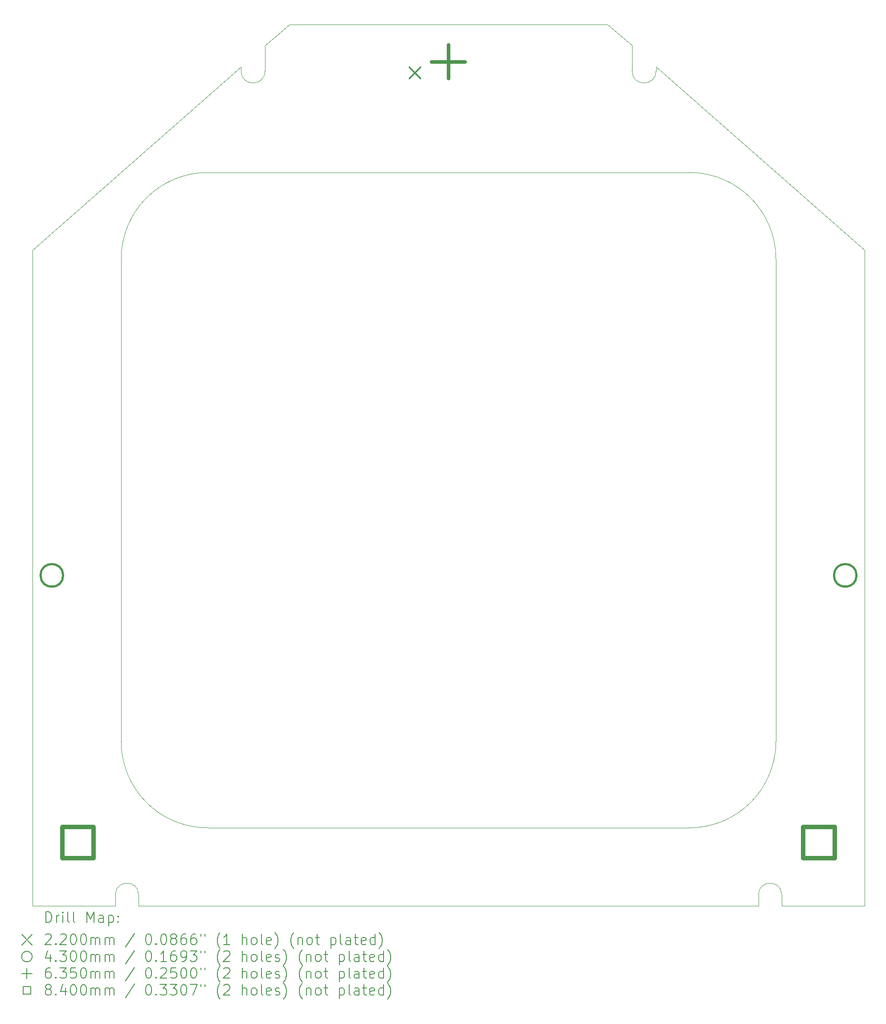
<source format=gbr>
%TF.GenerationSoftware,KiCad,Pcbnew,8.0.6*%
%TF.CreationDate,2024-12-03T14:08:36-05:00*%
%TF.ProjectId,DDI,4444492e-6b69-4636-9164-5f7063625858,rev?*%
%TF.SameCoordinates,Original*%
%TF.FileFunction,Drillmap*%
%TF.FilePolarity,Positive*%
%FSLAX45Y45*%
G04 Gerber Fmt 4.5, Leading zero omitted, Abs format (unit mm)*
G04 Created by KiCad (PCBNEW 8.0.6) date 2024-12-03 14:08:36*
%MOMM*%
%LPD*%
G01*
G04 APERTURE LIST*
%ADD10C,0.100000*%
%ADD11C,0.200000*%
%ADD12C,0.220000*%
%ADD13C,0.430000*%
%ADD14C,0.635000*%
%ADD15C,0.840000*%
G04 APERTURE END LIST*
D10*
X14879032Y6693842D02*
X26662782Y6694292D01*
X24258138Y23031255D02*
X23796186Y23432893D01*
X24715338Y22624855D02*
X28680606Y19143608D01*
X17283675Y23031255D02*
X17745906Y23432893D01*
X16826475Y22624855D02*
X12861486Y19146148D01*
X12861486Y6695068D02*
X12861486Y19146148D01*
X26662782Y6903842D02*
G75*
G02*
X27102782Y6903842I220000J0D01*
G01*
X24258138Y22548655D02*
X24258138Y23031255D01*
X25349793Y8173842D02*
X16192021Y8173842D01*
X14879032Y6903842D02*
X14879032Y6693842D01*
X17745906Y23432893D02*
X23796186Y23432893D01*
X16192021Y20619842D02*
X25349792Y20619842D01*
X26662782Y6903842D02*
X26662782Y6694292D01*
X25349792Y20619842D02*
G75*
G02*
X26993902Y18975728I-2J-1644112D01*
G01*
X17283675Y22548655D02*
X17283675Y23031255D01*
X14439032Y6903842D02*
G75*
G02*
X14879032Y6903842I220000J0D01*
G01*
X12861486Y6695068D02*
X14439032Y6695068D01*
X14439032Y6903842D02*
X14439032Y6695068D01*
X24715338Y22548655D02*
X24715338Y22624855D01*
X26993907Y18975728D02*
X26993906Y9817957D01*
X16192021Y8173842D02*
G75*
G02*
X14547902Y9817956I-1J1644118D01*
G01*
X28680606Y6694292D02*
X27102782Y6694292D01*
X26993907Y9817957D02*
G75*
G02*
X25349793Y8173842I-1644114J-1D01*
G01*
X16826475Y22548655D02*
X16826475Y22624855D01*
X17283675Y22548655D02*
G75*
G02*
X16826475Y22548655I-228600J0D01*
G01*
X27102782Y6903842D02*
X27102782Y6694292D01*
X14547907Y9817956D02*
X14547907Y18975729D01*
X24715338Y22548655D02*
G75*
G02*
X24258138Y22548655I-228600J0D01*
G01*
X14547906Y18975729D02*
G75*
G02*
X16192021Y20619843I1644115J-1D01*
G01*
X28680606Y6694292D02*
X28680606Y19143608D01*
D11*
D12*
X20018337Y22622912D02*
X20238337Y22402912D01*
X20238337Y22622912D02*
X20018337Y22402912D01*
D13*
X13445599Y12968092D02*
G75*
G02*
X13015599Y12968092I-215000J0D01*
G01*
X13015599Y12968092D02*
G75*
G02*
X13445599Y12968092I215000J0D01*
G01*
X28526214Y12968092D02*
G75*
G02*
X28096214Y12968092I-215000J0D01*
G01*
X28096214Y12968092D02*
G75*
G02*
X28526214Y12968092I215000J0D01*
G01*
D14*
X20770907Y23039192D02*
X20770907Y22404192D01*
X20453407Y22721692D02*
X21088407Y22721692D01*
X20770907Y23039192D02*
X20770907Y22404192D01*
X20453407Y22721692D02*
X21088407Y22721692D01*
D15*
X14027332Y7599995D02*
X14027332Y8193970D01*
X13433356Y8193970D01*
X13433356Y7599995D01*
X14027332Y7599995D01*
X28108457Y7599995D02*
X28108457Y8193970D01*
X27514481Y8193970D01*
X27514481Y7599995D01*
X28108457Y7599995D01*
D11*
X13117263Y6377358D02*
X13117263Y6577358D01*
X13117263Y6577358D02*
X13164882Y6577358D01*
X13164882Y6577358D02*
X13193453Y6567835D01*
X13193453Y6567835D02*
X13212501Y6548787D01*
X13212501Y6548787D02*
X13222025Y6529739D01*
X13222025Y6529739D02*
X13231548Y6491644D01*
X13231548Y6491644D02*
X13231548Y6463073D01*
X13231548Y6463073D02*
X13222025Y6424978D01*
X13222025Y6424978D02*
X13212501Y6405930D01*
X13212501Y6405930D02*
X13193453Y6386882D01*
X13193453Y6386882D02*
X13164882Y6377358D01*
X13164882Y6377358D02*
X13117263Y6377358D01*
X13317263Y6377358D02*
X13317263Y6510692D01*
X13317263Y6472597D02*
X13326787Y6491644D01*
X13326787Y6491644D02*
X13336310Y6501168D01*
X13336310Y6501168D02*
X13355358Y6510692D01*
X13355358Y6510692D02*
X13374406Y6510692D01*
X13441072Y6377358D02*
X13441072Y6510692D01*
X13441072Y6577358D02*
X13431548Y6567835D01*
X13431548Y6567835D02*
X13441072Y6558311D01*
X13441072Y6558311D02*
X13450596Y6567835D01*
X13450596Y6567835D02*
X13441072Y6577358D01*
X13441072Y6577358D02*
X13441072Y6558311D01*
X13564882Y6377358D02*
X13545834Y6386882D01*
X13545834Y6386882D02*
X13536310Y6405930D01*
X13536310Y6405930D02*
X13536310Y6577358D01*
X13669644Y6377358D02*
X13650596Y6386882D01*
X13650596Y6386882D02*
X13641072Y6405930D01*
X13641072Y6405930D02*
X13641072Y6577358D01*
X13898215Y6377358D02*
X13898215Y6577358D01*
X13898215Y6577358D02*
X13964882Y6434501D01*
X13964882Y6434501D02*
X14031548Y6577358D01*
X14031548Y6577358D02*
X14031548Y6377358D01*
X14212501Y6377358D02*
X14212501Y6482120D01*
X14212501Y6482120D02*
X14202977Y6501168D01*
X14202977Y6501168D02*
X14183929Y6510692D01*
X14183929Y6510692D02*
X14145834Y6510692D01*
X14145834Y6510692D02*
X14126787Y6501168D01*
X14212501Y6386882D02*
X14193453Y6377358D01*
X14193453Y6377358D02*
X14145834Y6377358D01*
X14145834Y6377358D02*
X14126787Y6386882D01*
X14126787Y6386882D02*
X14117263Y6405930D01*
X14117263Y6405930D02*
X14117263Y6424978D01*
X14117263Y6424978D02*
X14126787Y6444025D01*
X14126787Y6444025D02*
X14145834Y6453549D01*
X14145834Y6453549D02*
X14193453Y6453549D01*
X14193453Y6453549D02*
X14212501Y6463073D01*
X14307739Y6510692D02*
X14307739Y6310692D01*
X14307739Y6501168D02*
X14326787Y6510692D01*
X14326787Y6510692D02*
X14364882Y6510692D01*
X14364882Y6510692D02*
X14383929Y6501168D01*
X14383929Y6501168D02*
X14393453Y6491644D01*
X14393453Y6491644D02*
X14402977Y6472597D01*
X14402977Y6472597D02*
X14402977Y6415454D01*
X14402977Y6415454D02*
X14393453Y6396406D01*
X14393453Y6396406D02*
X14383929Y6386882D01*
X14383929Y6386882D02*
X14364882Y6377358D01*
X14364882Y6377358D02*
X14326787Y6377358D01*
X14326787Y6377358D02*
X14307739Y6386882D01*
X14488691Y6396406D02*
X14498215Y6386882D01*
X14498215Y6386882D02*
X14488691Y6377358D01*
X14488691Y6377358D02*
X14479168Y6386882D01*
X14479168Y6386882D02*
X14488691Y6396406D01*
X14488691Y6396406D02*
X14488691Y6377358D01*
X14488691Y6501168D02*
X14498215Y6491644D01*
X14498215Y6491644D02*
X14488691Y6482120D01*
X14488691Y6482120D02*
X14479168Y6491644D01*
X14479168Y6491644D02*
X14488691Y6501168D01*
X14488691Y6501168D02*
X14488691Y6482120D01*
X12656486Y6148842D02*
X12856486Y5948842D01*
X12856486Y6148842D02*
X12656486Y5948842D01*
X13107739Y6138311D02*
X13117263Y6147835D01*
X13117263Y6147835D02*
X13136310Y6157358D01*
X13136310Y6157358D02*
X13183929Y6157358D01*
X13183929Y6157358D02*
X13202977Y6147835D01*
X13202977Y6147835D02*
X13212501Y6138311D01*
X13212501Y6138311D02*
X13222025Y6119263D01*
X13222025Y6119263D02*
X13222025Y6100216D01*
X13222025Y6100216D02*
X13212501Y6071644D01*
X13212501Y6071644D02*
X13098215Y5957358D01*
X13098215Y5957358D02*
X13222025Y5957358D01*
X13307739Y5976406D02*
X13317263Y5966882D01*
X13317263Y5966882D02*
X13307739Y5957358D01*
X13307739Y5957358D02*
X13298215Y5966882D01*
X13298215Y5966882D02*
X13307739Y5976406D01*
X13307739Y5976406D02*
X13307739Y5957358D01*
X13393453Y6138311D02*
X13402977Y6147835D01*
X13402977Y6147835D02*
X13422025Y6157358D01*
X13422025Y6157358D02*
X13469644Y6157358D01*
X13469644Y6157358D02*
X13488691Y6147835D01*
X13488691Y6147835D02*
X13498215Y6138311D01*
X13498215Y6138311D02*
X13507739Y6119263D01*
X13507739Y6119263D02*
X13507739Y6100216D01*
X13507739Y6100216D02*
X13498215Y6071644D01*
X13498215Y6071644D02*
X13383929Y5957358D01*
X13383929Y5957358D02*
X13507739Y5957358D01*
X13631548Y6157358D02*
X13650596Y6157358D01*
X13650596Y6157358D02*
X13669644Y6147835D01*
X13669644Y6147835D02*
X13679168Y6138311D01*
X13679168Y6138311D02*
X13688691Y6119263D01*
X13688691Y6119263D02*
X13698215Y6081168D01*
X13698215Y6081168D02*
X13698215Y6033549D01*
X13698215Y6033549D02*
X13688691Y5995454D01*
X13688691Y5995454D02*
X13679168Y5976406D01*
X13679168Y5976406D02*
X13669644Y5966882D01*
X13669644Y5966882D02*
X13650596Y5957358D01*
X13650596Y5957358D02*
X13631548Y5957358D01*
X13631548Y5957358D02*
X13612501Y5966882D01*
X13612501Y5966882D02*
X13602977Y5976406D01*
X13602977Y5976406D02*
X13593453Y5995454D01*
X13593453Y5995454D02*
X13583929Y6033549D01*
X13583929Y6033549D02*
X13583929Y6081168D01*
X13583929Y6081168D02*
X13593453Y6119263D01*
X13593453Y6119263D02*
X13602977Y6138311D01*
X13602977Y6138311D02*
X13612501Y6147835D01*
X13612501Y6147835D02*
X13631548Y6157358D01*
X13822025Y6157358D02*
X13841072Y6157358D01*
X13841072Y6157358D02*
X13860120Y6147835D01*
X13860120Y6147835D02*
X13869644Y6138311D01*
X13869644Y6138311D02*
X13879168Y6119263D01*
X13879168Y6119263D02*
X13888691Y6081168D01*
X13888691Y6081168D02*
X13888691Y6033549D01*
X13888691Y6033549D02*
X13879168Y5995454D01*
X13879168Y5995454D02*
X13869644Y5976406D01*
X13869644Y5976406D02*
X13860120Y5966882D01*
X13860120Y5966882D02*
X13841072Y5957358D01*
X13841072Y5957358D02*
X13822025Y5957358D01*
X13822025Y5957358D02*
X13802977Y5966882D01*
X13802977Y5966882D02*
X13793453Y5976406D01*
X13793453Y5976406D02*
X13783929Y5995454D01*
X13783929Y5995454D02*
X13774406Y6033549D01*
X13774406Y6033549D02*
X13774406Y6081168D01*
X13774406Y6081168D02*
X13783929Y6119263D01*
X13783929Y6119263D02*
X13793453Y6138311D01*
X13793453Y6138311D02*
X13802977Y6147835D01*
X13802977Y6147835D02*
X13822025Y6157358D01*
X13974406Y5957358D02*
X13974406Y6090692D01*
X13974406Y6071644D02*
X13983929Y6081168D01*
X13983929Y6081168D02*
X14002977Y6090692D01*
X14002977Y6090692D02*
X14031549Y6090692D01*
X14031549Y6090692D02*
X14050596Y6081168D01*
X14050596Y6081168D02*
X14060120Y6062120D01*
X14060120Y6062120D02*
X14060120Y5957358D01*
X14060120Y6062120D02*
X14069644Y6081168D01*
X14069644Y6081168D02*
X14088691Y6090692D01*
X14088691Y6090692D02*
X14117263Y6090692D01*
X14117263Y6090692D02*
X14136310Y6081168D01*
X14136310Y6081168D02*
X14145834Y6062120D01*
X14145834Y6062120D02*
X14145834Y5957358D01*
X14241072Y5957358D02*
X14241072Y6090692D01*
X14241072Y6071644D02*
X14250596Y6081168D01*
X14250596Y6081168D02*
X14269644Y6090692D01*
X14269644Y6090692D02*
X14298215Y6090692D01*
X14298215Y6090692D02*
X14317263Y6081168D01*
X14317263Y6081168D02*
X14326787Y6062120D01*
X14326787Y6062120D02*
X14326787Y5957358D01*
X14326787Y6062120D02*
X14336310Y6081168D01*
X14336310Y6081168D02*
X14355358Y6090692D01*
X14355358Y6090692D02*
X14383929Y6090692D01*
X14383929Y6090692D02*
X14402977Y6081168D01*
X14402977Y6081168D02*
X14412501Y6062120D01*
X14412501Y6062120D02*
X14412501Y5957358D01*
X14802977Y6166882D02*
X14631549Y5909739D01*
X15060120Y6157358D02*
X15079168Y6157358D01*
X15079168Y6157358D02*
X15098215Y6147835D01*
X15098215Y6147835D02*
X15107739Y6138311D01*
X15107739Y6138311D02*
X15117263Y6119263D01*
X15117263Y6119263D02*
X15126787Y6081168D01*
X15126787Y6081168D02*
X15126787Y6033549D01*
X15126787Y6033549D02*
X15117263Y5995454D01*
X15117263Y5995454D02*
X15107739Y5976406D01*
X15107739Y5976406D02*
X15098215Y5966882D01*
X15098215Y5966882D02*
X15079168Y5957358D01*
X15079168Y5957358D02*
X15060120Y5957358D01*
X15060120Y5957358D02*
X15041072Y5966882D01*
X15041072Y5966882D02*
X15031549Y5976406D01*
X15031549Y5976406D02*
X15022025Y5995454D01*
X15022025Y5995454D02*
X15012501Y6033549D01*
X15012501Y6033549D02*
X15012501Y6081168D01*
X15012501Y6081168D02*
X15022025Y6119263D01*
X15022025Y6119263D02*
X15031549Y6138311D01*
X15031549Y6138311D02*
X15041072Y6147835D01*
X15041072Y6147835D02*
X15060120Y6157358D01*
X15212501Y5976406D02*
X15222025Y5966882D01*
X15222025Y5966882D02*
X15212501Y5957358D01*
X15212501Y5957358D02*
X15202977Y5966882D01*
X15202977Y5966882D02*
X15212501Y5976406D01*
X15212501Y5976406D02*
X15212501Y5957358D01*
X15345834Y6157358D02*
X15364882Y6157358D01*
X15364882Y6157358D02*
X15383930Y6147835D01*
X15383930Y6147835D02*
X15393453Y6138311D01*
X15393453Y6138311D02*
X15402977Y6119263D01*
X15402977Y6119263D02*
X15412501Y6081168D01*
X15412501Y6081168D02*
X15412501Y6033549D01*
X15412501Y6033549D02*
X15402977Y5995454D01*
X15402977Y5995454D02*
X15393453Y5976406D01*
X15393453Y5976406D02*
X15383930Y5966882D01*
X15383930Y5966882D02*
X15364882Y5957358D01*
X15364882Y5957358D02*
X15345834Y5957358D01*
X15345834Y5957358D02*
X15326787Y5966882D01*
X15326787Y5966882D02*
X15317263Y5976406D01*
X15317263Y5976406D02*
X15307739Y5995454D01*
X15307739Y5995454D02*
X15298215Y6033549D01*
X15298215Y6033549D02*
X15298215Y6081168D01*
X15298215Y6081168D02*
X15307739Y6119263D01*
X15307739Y6119263D02*
X15317263Y6138311D01*
X15317263Y6138311D02*
X15326787Y6147835D01*
X15326787Y6147835D02*
X15345834Y6157358D01*
X15526787Y6071644D02*
X15507739Y6081168D01*
X15507739Y6081168D02*
X15498215Y6090692D01*
X15498215Y6090692D02*
X15488692Y6109739D01*
X15488692Y6109739D02*
X15488692Y6119263D01*
X15488692Y6119263D02*
X15498215Y6138311D01*
X15498215Y6138311D02*
X15507739Y6147835D01*
X15507739Y6147835D02*
X15526787Y6157358D01*
X15526787Y6157358D02*
X15564882Y6157358D01*
X15564882Y6157358D02*
X15583930Y6147835D01*
X15583930Y6147835D02*
X15593453Y6138311D01*
X15593453Y6138311D02*
X15602977Y6119263D01*
X15602977Y6119263D02*
X15602977Y6109739D01*
X15602977Y6109739D02*
X15593453Y6090692D01*
X15593453Y6090692D02*
X15583930Y6081168D01*
X15583930Y6081168D02*
X15564882Y6071644D01*
X15564882Y6071644D02*
X15526787Y6071644D01*
X15526787Y6071644D02*
X15507739Y6062120D01*
X15507739Y6062120D02*
X15498215Y6052597D01*
X15498215Y6052597D02*
X15488692Y6033549D01*
X15488692Y6033549D02*
X15488692Y5995454D01*
X15488692Y5995454D02*
X15498215Y5976406D01*
X15498215Y5976406D02*
X15507739Y5966882D01*
X15507739Y5966882D02*
X15526787Y5957358D01*
X15526787Y5957358D02*
X15564882Y5957358D01*
X15564882Y5957358D02*
X15583930Y5966882D01*
X15583930Y5966882D02*
X15593453Y5976406D01*
X15593453Y5976406D02*
X15602977Y5995454D01*
X15602977Y5995454D02*
X15602977Y6033549D01*
X15602977Y6033549D02*
X15593453Y6052597D01*
X15593453Y6052597D02*
X15583930Y6062120D01*
X15583930Y6062120D02*
X15564882Y6071644D01*
X15774406Y6157358D02*
X15736311Y6157358D01*
X15736311Y6157358D02*
X15717263Y6147835D01*
X15717263Y6147835D02*
X15707739Y6138311D01*
X15707739Y6138311D02*
X15688692Y6109739D01*
X15688692Y6109739D02*
X15679168Y6071644D01*
X15679168Y6071644D02*
X15679168Y5995454D01*
X15679168Y5995454D02*
X15688692Y5976406D01*
X15688692Y5976406D02*
X15698215Y5966882D01*
X15698215Y5966882D02*
X15717263Y5957358D01*
X15717263Y5957358D02*
X15755358Y5957358D01*
X15755358Y5957358D02*
X15774406Y5966882D01*
X15774406Y5966882D02*
X15783930Y5976406D01*
X15783930Y5976406D02*
X15793453Y5995454D01*
X15793453Y5995454D02*
X15793453Y6043073D01*
X15793453Y6043073D02*
X15783930Y6062120D01*
X15783930Y6062120D02*
X15774406Y6071644D01*
X15774406Y6071644D02*
X15755358Y6081168D01*
X15755358Y6081168D02*
X15717263Y6081168D01*
X15717263Y6081168D02*
X15698215Y6071644D01*
X15698215Y6071644D02*
X15688692Y6062120D01*
X15688692Y6062120D02*
X15679168Y6043073D01*
X15964882Y6157358D02*
X15926787Y6157358D01*
X15926787Y6157358D02*
X15907739Y6147835D01*
X15907739Y6147835D02*
X15898215Y6138311D01*
X15898215Y6138311D02*
X15879168Y6109739D01*
X15879168Y6109739D02*
X15869644Y6071644D01*
X15869644Y6071644D02*
X15869644Y5995454D01*
X15869644Y5995454D02*
X15879168Y5976406D01*
X15879168Y5976406D02*
X15888692Y5966882D01*
X15888692Y5966882D02*
X15907739Y5957358D01*
X15907739Y5957358D02*
X15945834Y5957358D01*
X15945834Y5957358D02*
X15964882Y5966882D01*
X15964882Y5966882D02*
X15974406Y5976406D01*
X15974406Y5976406D02*
X15983930Y5995454D01*
X15983930Y5995454D02*
X15983930Y6043073D01*
X15983930Y6043073D02*
X15974406Y6062120D01*
X15974406Y6062120D02*
X15964882Y6071644D01*
X15964882Y6071644D02*
X15945834Y6081168D01*
X15945834Y6081168D02*
X15907739Y6081168D01*
X15907739Y6081168D02*
X15888692Y6071644D01*
X15888692Y6071644D02*
X15879168Y6062120D01*
X15879168Y6062120D02*
X15869644Y6043073D01*
X16060120Y6157358D02*
X16060120Y6119263D01*
X16136311Y6157358D02*
X16136311Y6119263D01*
X16431549Y5881168D02*
X16422025Y5890692D01*
X16422025Y5890692D02*
X16402977Y5919263D01*
X16402977Y5919263D02*
X16393454Y5938311D01*
X16393454Y5938311D02*
X16383930Y5966882D01*
X16383930Y5966882D02*
X16374406Y6014501D01*
X16374406Y6014501D02*
X16374406Y6052597D01*
X16374406Y6052597D02*
X16383930Y6100216D01*
X16383930Y6100216D02*
X16393454Y6128787D01*
X16393454Y6128787D02*
X16402977Y6147835D01*
X16402977Y6147835D02*
X16422025Y6176406D01*
X16422025Y6176406D02*
X16431549Y6185930D01*
X16612501Y5957358D02*
X16498215Y5957358D01*
X16555358Y5957358D02*
X16555358Y6157358D01*
X16555358Y6157358D02*
X16536311Y6128787D01*
X16536311Y6128787D02*
X16517263Y6109739D01*
X16517263Y6109739D02*
X16498215Y6100216D01*
X16850597Y5957358D02*
X16850597Y6157358D01*
X16936311Y5957358D02*
X16936311Y6062120D01*
X16936311Y6062120D02*
X16926787Y6081168D01*
X16926787Y6081168D02*
X16907739Y6090692D01*
X16907739Y6090692D02*
X16879168Y6090692D01*
X16879168Y6090692D02*
X16860120Y6081168D01*
X16860120Y6081168D02*
X16850597Y6071644D01*
X17060120Y5957358D02*
X17041073Y5966882D01*
X17041073Y5966882D02*
X17031549Y5976406D01*
X17031549Y5976406D02*
X17022025Y5995454D01*
X17022025Y5995454D02*
X17022025Y6052597D01*
X17022025Y6052597D02*
X17031549Y6071644D01*
X17031549Y6071644D02*
X17041073Y6081168D01*
X17041073Y6081168D02*
X17060120Y6090692D01*
X17060120Y6090692D02*
X17088692Y6090692D01*
X17088692Y6090692D02*
X17107739Y6081168D01*
X17107739Y6081168D02*
X17117263Y6071644D01*
X17117263Y6071644D02*
X17126787Y6052597D01*
X17126787Y6052597D02*
X17126787Y5995454D01*
X17126787Y5995454D02*
X17117263Y5976406D01*
X17117263Y5976406D02*
X17107739Y5966882D01*
X17107739Y5966882D02*
X17088692Y5957358D01*
X17088692Y5957358D02*
X17060120Y5957358D01*
X17241073Y5957358D02*
X17222025Y5966882D01*
X17222025Y5966882D02*
X17212501Y5985930D01*
X17212501Y5985930D02*
X17212501Y6157358D01*
X17393454Y5966882D02*
X17374406Y5957358D01*
X17374406Y5957358D02*
X17336311Y5957358D01*
X17336311Y5957358D02*
X17317263Y5966882D01*
X17317263Y5966882D02*
X17307739Y5985930D01*
X17307739Y5985930D02*
X17307739Y6062120D01*
X17307739Y6062120D02*
X17317263Y6081168D01*
X17317263Y6081168D02*
X17336311Y6090692D01*
X17336311Y6090692D02*
X17374406Y6090692D01*
X17374406Y6090692D02*
X17393454Y6081168D01*
X17393454Y6081168D02*
X17402978Y6062120D01*
X17402978Y6062120D02*
X17402978Y6043073D01*
X17402978Y6043073D02*
X17307739Y6024025D01*
X17469644Y5881168D02*
X17479168Y5890692D01*
X17479168Y5890692D02*
X17498216Y5919263D01*
X17498216Y5919263D02*
X17507739Y5938311D01*
X17507739Y5938311D02*
X17517263Y5966882D01*
X17517263Y5966882D02*
X17526787Y6014501D01*
X17526787Y6014501D02*
X17526787Y6052597D01*
X17526787Y6052597D02*
X17517263Y6100216D01*
X17517263Y6100216D02*
X17507739Y6128787D01*
X17507739Y6128787D02*
X17498216Y6147835D01*
X17498216Y6147835D02*
X17479168Y6176406D01*
X17479168Y6176406D02*
X17469644Y6185930D01*
X17831549Y5881168D02*
X17822025Y5890692D01*
X17822025Y5890692D02*
X17802978Y5919263D01*
X17802978Y5919263D02*
X17793454Y5938311D01*
X17793454Y5938311D02*
X17783930Y5966882D01*
X17783930Y5966882D02*
X17774406Y6014501D01*
X17774406Y6014501D02*
X17774406Y6052597D01*
X17774406Y6052597D02*
X17783930Y6100216D01*
X17783930Y6100216D02*
X17793454Y6128787D01*
X17793454Y6128787D02*
X17802978Y6147835D01*
X17802978Y6147835D02*
X17822025Y6176406D01*
X17822025Y6176406D02*
X17831549Y6185930D01*
X17907739Y6090692D02*
X17907739Y5957358D01*
X17907739Y6071644D02*
X17917263Y6081168D01*
X17917263Y6081168D02*
X17936311Y6090692D01*
X17936311Y6090692D02*
X17964882Y6090692D01*
X17964882Y6090692D02*
X17983930Y6081168D01*
X17983930Y6081168D02*
X17993454Y6062120D01*
X17993454Y6062120D02*
X17993454Y5957358D01*
X18117263Y5957358D02*
X18098216Y5966882D01*
X18098216Y5966882D02*
X18088692Y5976406D01*
X18088692Y5976406D02*
X18079168Y5995454D01*
X18079168Y5995454D02*
X18079168Y6052597D01*
X18079168Y6052597D02*
X18088692Y6071644D01*
X18088692Y6071644D02*
X18098216Y6081168D01*
X18098216Y6081168D02*
X18117263Y6090692D01*
X18117263Y6090692D02*
X18145835Y6090692D01*
X18145835Y6090692D02*
X18164882Y6081168D01*
X18164882Y6081168D02*
X18174406Y6071644D01*
X18174406Y6071644D02*
X18183930Y6052597D01*
X18183930Y6052597D02*
X18183930Y5995454D01*
X18183930Y5995454D02*
X18174406Y5976406D01*
X18174406Y5976406D02*
X18164882Y5966882D01*
X18164882Y5966882D02*
X18145835Y5957358D01*
X18145835Y5957358D02*
X18117263Y5957358D01*
X18241073Y6090692D02*
X18317263Y6090692D01*
X18269644Y6157358D02*
X18269644Y5985930D01*
X18269644Y5985930D02*
X18279168Y5966882D01*
X18279168Y5966882D02*
X18298216Y5957358D01*
X18298216Y5957358D02*
X18317263Y5957358D01*
X18536311Y6090692D02*
X18536311Y5890692D01*
X18536311Y6081168D02*
X18555359Y6090692D01*
X18555359Y6090692D02*
X18593454Y6090692D01*
X18593454Y6090692D02*
X18612501Y6081168D01*
X18612501Y6081168D02*
X18622025Y6071644D01*
X18622025Y6071644D02*
X18631549Y6052597D01*
X18631549Y6052597D02*
X18631549Y5995454D01*
X18631549Y5995454D02*
X18622025Y5976406D01*
X18622025Y5976406D02*
X18612501Y5966882D01*
X18612501Y5966882D02*
X18593454Y5957358D01*
X18593454Y5957358D02*
X18555359Y5957358D01*
X18555359Y5957358D02*
X18536311Y5966882D01*
X18745835Y5957358D02*
X18726787Y5966882D01*
X18726787Y5966882D02*
X18717263Y5985930D01*
X18717263Y5985930D02*
X18717263Y6157358D01*
X18907740Y5957358D02*
X18907740Y6062120D01*
X18907740Y6062120D02*
X18898216Y6081168D01*
X18898216Y6081168D02*
X18879168Y6090692D01*
X18879168Y6090692D02*
X18841073Y6090692D01*
X18841073Y6090692D02*
X18822025Y6081168D01*
X18907740Y5966882D02*
X18888692Y5957358D01*
X18888692Y5957358D02*
X18841073Y5957358D01*
X18841073Y5957358D02*
X18822025Y5966882D01*
X18822025Y5966882D02*
X18812501Y5985930D01*
X18812501Y5985930D02*
X18812501Y6004978D01*
X18812501Y6004978D02*
X18822025Y6024025D01*
X18822025Y6024025D02*
X18841073Y6033549D01*
X18841073Y6033549D02*
X18888692Y6033549D01*
X18888692Y6033549D02*
X18907740Y6043073D01*
X18974406Y6090692D02*
X19050597Y6090692D01*
X19002978Y6157358D02*
X19002978Y5985930D01*
X19002978Y5985930D02*
X19012501Y5966882D01*
X19012501Y5966882D02*
X19031549Y5957358D01*
X19031549Y5957358D02*
X19050597Y5957358D01*
X19193454Y5966882D02*
X19174406Y5957358D01*
X19174406Y5957358D02*
X19136311Y5957358D01*
X19136311Y5957358D02*
X19117263Y5966882D01*
X19117263Y5966882D02*
X19107740Y5985930D01*
X19107740Y5985930D02*
X19107740Y6062120D01*
X19107740Y6062120D02*
X19117263Y6081168D01*
X19117263Y6081168D02*
X19136311Y6090692D01*
X19136311Y6090692D02*
X19174406Y6090692D01*
X19174406Y6090692D02*
X19193454Y6081168D01*
X19193454Y6081168D02*
X19202978Y6062120D01*
X19202978Y6062120D02*
X19202978Y6043073D01*
X19202978Y6043073D02*
X19107740Y6024025D01*
X19374406Y5957358D02*
X19374406Y6157358D01*
X19374406Y5966882D02*
X19355359Y5957358D01*
X19355359Y5957358D02*
X19317263Y5957358D01*
X19317263Y5957358D02*
X19298216Y5966882D01*
X19298216Y5966882D02*
X19288692Y5976406D01*
X19288692Y5976406D02*
X19279168Y5995454D01*
X19279168Y5995454D02*
X19279168Y6052597D01*
X19279168Y6052597D02*
X19288692Y6071644D01*
X19288692Y6071644D02*
X19298216Y6081168D01*
X19298216Y6081168D02*
X19317263Y6090692D01*
X19317263Y6090692D02*
X19355359Y6090692D01*
X19355359Y6090692D02*
X19374406Y6081168D01*
X19450597Y5881168D02*
X19460121Y5890692D01*
X19460121Y5890692D02*
X19479168Y5919263D01*
X19479168Y5919263D02*
X19488692Y5938311D01*
X19488692Y5938311D02*
X19498216Y5966882D01*
X19498216Y5966882D02*
X19507740Y6014501D01*
X19507740Y6014501D02*
X19507740Y6052597D01*
X19507740Y6052597D02*
X19498216Y6100216D01*
X19498216Y6100216D02*
X19488692Y6128787D01*
X19488692Y6128787D02*
X19479168Y6147835D01*
X19479168Y6147835D02*
X19460121Y6176406D01*
X19460121Y6176406D02*
X19450597Y6185930D01*
X12856486Y5728842D02*
G75*
G02*
X12656486Y5728842I-100000J0D01*
G01*
X12656486Y5728842D02*
G75*
G02*
X12856486Y5728842I100000J0D01*
G01*
X13202977Y5770692D02*
X13202977Y5637358D01*
X13155358Y5846882D02*
X13107739Y5704025D01*
X13107739Y5704025D02*
X13231548Y5704025D01*
X13307739Y5656406D02*
X13317263Y5646882D01*
X13317263Y5646882D02*
X13307739Y5637358D01*
X13307739Y5637358D02*
X13298215Y5646882D01*
X13298215Y5646882D02*
X13307739Y5656406D01*
X13307739Y5656406D02*
X13307739Y5637358D01*
X13383929Y5837358D02*
X13507739Y5837358D01*
X13507739Y5837358D02*
X13441072Y5761168D01*
X13441072Y5761168D02*
X13469644Y5761168D01*
X13469644Y5761168D02*
X13488691Y5751644D01*
X13488691Y5751644D02*
X13498215Y5742120D01*
X13498215Y5742120D02*
X13507739Y5723073D01*
X13507739Y5723073D02*
X13507739Y5675454D01*
X13507739Y5675454D02*
X13498215Y5656406D01*
X13498215Y5656406D02*
X13488691Y5646882D01*
X13488691Y5646882D02*
X13469644Y5637358D01*
X13469644Y5637358D02*
X13412501Y5637358D01*
X13412501Y5637358D02*
X13393453Y5646882D01*
X13393453Y5646882D02*
X13383929Y5656406D01*
X13631548Y5837358D02*
X13650596Y5837358D01*
X13650596Y5837358D02*
X13669644Y5827835D01*
X13669644Y5827835D02*
X13679168Y5818311D01*
X13679168Y5818311D02*
X13688691Y5799263D01*
X13688691Y5799263D02*
X13698215Y5761168D01*
X13698215Y5761168D02*
X13698215Y5713549D01*
X13698215Y5713549D02*
X13688691Y5675454D01*
X13688691Y5675454D02*
X13679168Y5656406D01*
X13679168Y5656406D02*
X13669644Y5646882D01*
X13669644Y5646882D02*
X13650596Y5637358D01*
X13650596Y5637358D02*
X13631548Y5637358D01*
X13631548Y5637358D02*
X13612501Y5646882D01*
X13612501Y5646882D02*
X13602977Y5656406D01*
X13602977Y5656406D02*
X13593453Y5675454D01*
X13593453Y5675454D02*
X13583929Y5713549D01*
X13583929Y5713549D02*
X13583929Y5761168D01*
X13583929Y5761168D02*
X13593453Y5799263D01*
X13593453Y5799263D02*
X13602977Y5818311D01*
X13602977Y5818311D02*
X13612501Y5827835D01*
X13612501Y5827835D02*
X13631548Y5837358D01*
X13822025Y5837358D02*
X13841072Y5837358D01*
X13841072Y5837358D02*
X13860120Y5827835D01*
X13860120Y5827835D02*
X13869644Y5818311D01*
X13869644Y5818311D02*
X13879168Y5799263D01*
X13879168Y5799263D02*
X13888691Y5761168D01*
X13888691Y5761168D02*
X13888691Y5713549D01*
X13888691Y5713549D02*
X13879168Y5675454D01*
X13879168Y5675454D02*
X13869644Y5656406D01*
X13869644Y5656406D02*
X13860120Y5646882D01*
X13860120Y5646882D02*
X13841072Y5637358D01*
X13841072Y5637358D02*
X13822025Y5637358D01*
X13822025Y5637358D02*
X13802977Y5646882D01*
X13802977Y5646882D02*
X13793453Y5656406D01*
X13793453Y5656406D02*
X13783929Y5675454D01*
X13783929Y5675454D02*
X13774406Y5713549D01*
X13774406Y5713549D02*
X13774406Y5761168D01*
X13774406Y5761168D02*
X13783929Y5799263D01*
X13783929Y5799263D02*
X13793453Y5818311D01*
X13793453Y5818311D02*
X13802977Y5827835D01*
X13802977Y5827835D02*
X13822025Y5837358D01*
X13974406Y5637358D02*
X13974406Y5770692D01*
X13974406Y5751644D02*
X13983929Y5761168D01*
X13983929Y5761168D02*
X14002977Y5770692D01*
X14002977Y5770692D02*
X14031549Y5770692D01*
X14031549Y5770692D02*
X14050596Y5761168D01*
X14050596Y5761168D02*
X14060120Y5742120D01*
X14060120Y5742120D02*
X14060120Y5637358D01*
X14060120Y5742120D02*
X14069644Y5761168D01*
X14069644Y5761168D02*
X14088691Y5770692D01*
X14088691Y5770692D02*
X14117263Y5770692D01*
X14117263Y5770692D02*
X14136310Y5761168D01*
X14136310Y5761168D02*
X14145834Y5742120D01*
X14145834Y5742120D02*
X14145834Y5637358D01*
X14241072Y5637358D02*
X14241072Y5770692D01*
X14241072Y5751644D02*
X14250596Y5761168D01*
X14250596Y5761168D02*
X14269644Y5770692D01*
X14269644Y5770692D02*
X14298215Y5770692D01*
X14298215Y5770692D02*
X14317263Y5761168D01*
X14317263Y5761168D02*
X14326787Y5742120D01*
X14326787Y5742120D02*
X14326787Y5637358D01*
X14326787Y5742120D02*
X14336310Y5761168D01*
X14336310Y5761168D02*
X14355358Y5770692D01*
X14355358Y5770692D02*
X14383929Y5770692D01*
X14383929Y5770692D02*
X14402977Y5761168D01*
X14402977Y5761168D02*
X14412501Y5742120D01*
X14412501Y5742120D02*
X14412501Y5637358D01*
X14802977Y5846882D02*
X14631549Y5589740D01*
X15060120Y5837358D02*
X15079168Y5837358D01*
X15079168Y5837358D02*
X15098215Y5827835D01*
X15098215Y5827835D02*
X15107739Y5818311D01*
X15107739Y5818311D02*
X15117263Y5799263D01*
X15117263Y5799263D02*
X15126787Y5761168D01*
X15126787Y5761168D02*
X15126787Y5713549D01*
X15126787Y5713549D02*
X15117263Y5675454D01*
X15117263Y5675454D02*
X15107739Y5656406D01*
X15107739Y5656406D02*
X15098215Y5646882D01*
X15098215Y5646882D02*
X15079168Y5637358D01*
X15079168Y5637358D02*
X15060120Y5637358D01*
X15060120Y5637358D02*
X15041072Y5646882D01*
X15041072Y5646882D02*
X15031549Y5656406D01*
X15031549Y5656406D02*
X15022025Y5675454D01*
X15022025Y5675454D02*
X15012501Y5713549D01*
X15012501Y5713549D02*
X15012501Y5761168D01*
X15012501Y5761168D02*
X15022025Y5799263D01*
X15022025Y5799263D02*
X15031549Y5818311D01*
X15031549Y5818311D02*
X15041072Y5827835D01*
X15041072Y5827835D02*
X15060120Y5837358D01*
X15212501Y5656406D02*
X15222025Y5646882D01*
X15222025Y5646882D02*
X15212501Y5637358D01*
X15212501Y5637358D02*
X15202977Y5646882D01*
X15202977Y5646882D02*
X15212501Y5656406D01*
X15212501Y5656406D02*
X15212501Y5637358D01*
X15412501Y5637358D02*
X15298215Y5637358D01*
X15355358Y5637358D02*
X15355358Y5837358D01*
X15355358Y5837358D02*
X15336311Y5808787D01*
X15336311Y5808787D02*
X15317263Y5789739D01*
X15317263Y5789739D02*
X15298215Y5780216D01*
X15583930Y5837358D02*
X15545834Y5837358D01*
X15545834Y5837358D02*
X15526787Y5827835D01*
X15526787Y5827835D02*
X15517263Y5818311D01*
X15517263Y5818311D02*
X15498215Y5789739D01*
X15498215Y5789739D02*
X15488692Y5751644D01*
X15488692Y5751644D02*
X15488692Y5675454D01*
X15488692Y5675454D02*
X15498215Y5656406D01*
X15498215Y5656406D02*
X15507739Y5646882D01*
X15507739Y5646882D02*
X15526787Y5637358D01*
X15526787Y5637358D02*
X15564882Y5637358D01*
X15564882Y5637358D02*
X15583930Y5646882D01*
X15583930Y5646882D02*
X15593453Y5656406D01*
X15593453Y5656406D02*
X15602977Y5675454D01*
X15602977Y5675454D02*
X15602977Y5723073D01*
X15602977Y5723073D02*
X15593453Y5742120D01*
X15593453Y5742120D02*
X15583930Y5751644D01*
X15583930Y5751644D02*
X15564882Y5761168D01*
X15564882Y5761168D02*
X15526787Y5761168D01*
X15526787Y5761168D02*
X15507739Y5751644D01*
X15507739Y5751644D02*
X15498215Y5742120D01*
X15498215Y5742120D02*
X15488692Y5723073D01*
X15698215Y5637358D02*
X15736311Y5637358D01*
X15736311Y5637358D02*
X15755358Y5646882D01*
X15755358Y5646882D02*
X15764882Y5656406D01*
X15764882Y5656406D02*
X15783930Y5684978D01*
X15783930Y5684978D02*
X15793453Y5723073D01*
X15793453Y5723073D02*
X15793453Y5799263D01*
X15793453Y5799263D02*
X15783930Y5818311D01*
X15783930Y5818311D02*
X15774406Y5827835D01*
X15774406Y5827835D02*
X15755358Y5837358D01*
X15755358Y5837358D02*
X15717263Y5837358D01*
X15717263Y5837358D02*
X15698215Y5827835D01*
X15698215Y5827835D02*
X15688692Y5818311D01*
X15688692Y5818311D02*
X15679168Y5799263D01*
X15679168Y5799263D02*
X15679168Y5751644D01*
X15679168Y5751644D02*
X15688692Y5732597D01*
X15688692Y5732597D02*
X15698215Y5723073D01*
X15698215Y5723073D02*
X15717263Y5713549D01*
X15717263Y5713549D02*
X15755358Y5713549D01*
X15755358Y5713549D02*
X15774406Y5723073D01*
X15774406Y5723073D02*
X15783930Y5732597D01*
X15783930Y5732597D02*
X15793453Y5751644D01*
X15860120Y5837358D02*
X15983930Y5837358D01*
X15983930Y5837358D02*
X15917263Y5761168D01*
X15917263Y5761168D02*
X15945834Y5761168D01*
X15945834Y5761168D02*
X15964882Y5751644D01*
X15964882Y5751644D02*
X15974406Y5742120D01*
X15974406Y5742120D02*
X15983930Y5723073D01*
X15983930Y5723073D02*
X15983930Y5675454D01*
X15983930Y5675454D02*
X15974406Y5656406D01*
X15974406Y5656406D02*
X15964882Y5646882D01*
X15964882Y5646882D02*
X15945834Y5637358D01*
X15945834Y5637358D02*
X15888692Y5637358D01*
X15888692Y5637358D02*
X15869644Y5646882D01*
X15869644Y5646882D02*
X15860120Y5656406D01*
X16060120Y5837358D02*
X16060120Y5799263D01*
X16136311Y5837358D02*
X16136311Y5799263D01*
X16431549Y5561168D02*
X16422025Y5570692D01*
X16422025Y5570692D02*
X16402977Y5599263D01*
X16402977Y5599263D02*
X16393454Y5618311D01*
X16393454Y5618311D02*
X16383930Y5646882D01*
X16383930Y5646882D02*
X16374406Y5694501D01*
X16374406Y5694501D02*
X16374406Y5732597D01*
X16374406Y5732597D02*
X16383930Y5780216D01*
X16383930Y5780216D02*
X16393454Y5808787D01*
X16393454Y5808787D02*
X16402977Y5827835D01*
X16402977Y5827835D02*
X16422025Y5856406D01*
X16422025Y5856406D02*
X16431549Y5865930D01*
X16498215Y5818311D02*
X16507739Y5827835D01*
X16507739Y5827835D02*
X16526787Y5837358D01*
X16526787Y5837358D02*
X16574406Y5837358D01*
X16574406Y5837358D02*
X16593454Y5827835D01*
X16593454Y5827835D02*
X16602977Y5818311D01*
X16602977Y5818311D02*
X16612501Y5799263D01*
X16612501Y5799263D02*
X16612501Y5780216D01*
X16612501Y5780216D02*
X16602977Y5751644D01*
X16602977Y5751644D02*
X16488692Y5637358D01*
X16488692Y5637358D02*
X16612501Y5637358D01*
X16850597Y5637358D02*
X16850597Y5837358D01*
X16936311Y5637358D02*
X16936311Y5742120D01*
X16936311Y5742120D02*
X16926787Y5761168D01*
X16926787Y5761168D02*
X16907739Y5770692D01*
X16907739Y5770692D02*
X16879168Y5770692D01*
X16879168Y5770692D02*
X16860120Y5761168D01*
X16860120Y5761168D02*
X16850597Y5751644D01*
X17060120Y5637358D02*
X17041073Y5646882D01*
X17041073Y5646882D02*
X17031549Y5656406D01*
X17031549Y5656406D02*
X17022025Y5675454D01*
X17022025Y5675454D02*
X17022025Y5732597D01*
X17022025Y5732597D02*
X17031549Y5751644D01*
X17031549Y5751644D02*
X17041073Y5761168D01*
X17041073Y5761168D02*
X17060120Y5770692D01*
X17060120Y5770692D02*
X17088692Y5770692D01*
X17088692Y5770692D02*
X17107739Y5761168D01*
X17107739Y5761168D02*
X17117263Y5751644D01*
X17117263Y5751644D02*
X17126787Y5732597D01*
X17126787Y5732597D02*
X17126787Y5675454D01*
X17126787Y5675454D02*
X17117263Y5656406D01*
X17117263Y5656406D02*
X17107739Y5646882D01*
X17107739Y5646882D02*
X17088692Y5637358D01*
X17088692Y5637358D02*
X17060120Y5637358D01*
X17241073Y5637358D02*
X17222025Y5646882D01*
X17222025Y5646882D02*
X17212501Y5665930D01*
X17212501Y5665930D02*
X17212501Y5837358D01*
X17393454Y5646882D02*
X17374406Y5637358D01*
X17374406Y5637358D02*
X17336311Y5637358D01*
X17336311Y5637358D02*
X17317263Y5646882D01*
X17317263Y5646882D02*
X17307739Y5665930D01*
X17307739Y5665930D02*
X17307739Y5742120D01*
X17307739Y5742120D02*
X17317263Y5761168D01*
X17317263Y5761168D02*
X17336311Y5770692D01*
X17336311Y5770692D02*
X17374406Y5770692D01*
X17374406Y5770692D02*
X17393454Y5761168D01*
X17393454Y5761168D02*
X17402978Y5742120D01*
X17402978Y5742120D02*
X17402978Y5723073D01*
X17402978Y5723073D02*
X17307739Y5704025D01*
X17479168Y5646882D02*
X17498216Y5637358D01*
X17498216Y5637358D02*
X17536311Y5637358D01*
X17536311Y5637358D02*
X17555359Y5646882D01*
X17555359Y5646882D02*
X17564882Y5665930D01*
X17564882Y5665930D02*
X17564882Y5675454D01*
X17564882Y5675454D02*
X17555359Y5694501D01*
X17555359Y5694501D02*
X17536311Y5704025D01*
X17536311Y5704025D02*
X17507739Y5704025D01*
X17507739Y5704025D02*
X17488692Y5713549D01*
X17488692Y5713549D02*
X17479168Y5732597D01*
X17479168Y5732597D02*
X17479168Y5742120D01*
X17479168Y5742120D02*
X17488692Y5761168D01*
X17488692Y5761168D02*
X17507739Y5770692D01*
X17507739Y5770692D02*
X17536311Y5770692D01*
X17536311Y5770692D02*
X17555359Y5761168D01*
X17631549Y5561168D02*
X17641073Y5570692D01*
X17641073Y5570692D02*
X17660120Y5599263D01*
X17660120Y5599263D02*
X17669644Y5618311D01*
X17669644Y5618311D02*
X17679168Y5646882D01*
X17679168Y5646882D02*
X17688692Y5694501D01*
X17688692Y5694501D02*
X17688692Y5732597D01*
X17688692Y5732597D02*
X17679168Y5780216D01*
X17679168Y5780216D02*
X17669644Y5808787D01*
X17669644Y5808787D02*
X17660120Y5827835D01*
X17660120Y5827835D02*
X17641073Y5856406D01*
X17641073Y5856406D02*
X17631549Y5865930D01*
X17993454Y5561168D02*
X17983930Y5570692D01*
X17983930Y5570692D02*
X17964882Y5599263D01*
X17964882Y5599263D02*
X17955359Y5618311D01*
X17955359Y5618311D02*
X17945835Y5646882D01*
X17945835Y5646882D02*
X17936311Y5694501D01*
X17936311Y5694501D02*
X17936311Y5732597D01*
X17936311Y5732597D02*
X17945835Y5780216D01*
X17945835Y5780216D02*
X17955359Y5808787D01*
X17955359Y5808787D02*
X17964882Y5827835D01*
X17964882Y5827835D02*
X17983930Y5856406D01*
X17983930Y5856406D02*
X17993454Y5865930D01*
X18069644Y5770692D02*
X18069644Y5637358D01*
X18069644Y5751644D02*
X18079168Y5761168D01*
X18079168Y5761168D02*
X18098216Y5770692D01*
X18098216Y5770692D02*
X18126787Y5770692D01*
X18126787Y5770692D02*
X18145835Y5761168D01*
X18145835Y5761168D02*
X18155359Y5742120D01*
X18155359Y5742120D02*
X18155359Y5637358D01*
X18279168Y5637358D02*
X18260120Y5646882D01*
X18260120Y5646882D02*
X18250597Y5656406D01*
X18250597Y5656406D02*
X18241073Y5675454D01*
X18241073Y5675454D02*
X18241073Y5732597D01*
X18241073Y5732597D02*
X18250597Y5751644D01*
X18250597Y5751644D02*
X18260120Y5761168D01*
X18260120Y5761168D02*
X18279168Y5770692D01*
X18279168Y5770692D02*
X18307740Y5770692D01*
X18307740Y5770692D02*
X18326787Y5761168D01*
X18326787Y5761168D02*
X18336311Y5751644D01*
X18336311Y5751644D02*
X18345835Y5732597D01*
X18345835Y5732597D02*
X18345835Y5675454D01*
X18345835Y5675454D02*
X18336311Y5656406D01*
X18336311Y5656406D02*
X18326787Y5646882D01*
X18326787Y5646882D02*
X18307740Y5637358D01*
X18307740Y5637358D02*
X18279168Y5637358D01*
X18402978Y5770692D02*
X18479168Y5770692D01*
X18431549Y5837358D02*
X18431549Y5665930D01*
X18431549Y5665930D02*
X18441073Y5646882D01*
X18441073Y5646882D02*
X18460120Y5637358D01*
X18460120Y5637358D02*
X18479168Y5637358D01*
X18698216Y5770692D02*
X18698216Y5570692D01*
X18698216Y5761168D02*
X18717263Y5770692D01*
X18717263Y5770692D02*
X18755359Y5770692D01*
X18755359Y5770692D02*
X18774406Y5761168D01*
X18774406Y5761168D02*
X18783930Y5751644D01*
X18783930Y5751644D02*
X18793454Y5732597D01*
X18793454Y5732597D02*
X18793454Y5675454D01*
X18793454Y5675454D02*
X18783930Y5656406D01*
X18783930Y5656406D02*
X18774406Y5646882D01*
X18774406Y5646882D02*
X18755359Y5637358D01*
X18755359Y5637358D02*
X18717263Y5637358D01*
X18717263Y5637358D02*
X18698216Y5646882D01*
X18907740Y5637358D02*
X18888692Y5646882D01*
X18888692Y5646882D02*
X18879168Y5665930D01*
X18879168Y5665930D02*
X18879168Y5837358D01*
X19069644Y5637358D02*
X19069644Y5742120D01*
X19069644Y5742120D02*
X19060121Y5761168D01*
X19060121Y5761168D02*
X19041073Y5770692D01*
X19041073Y5770692D02*
X19002978Y5770692D01*
X19002978Y5770692D02*
X18983930Y5761168D01*
X19069644Y5646882D02*
X19050597Y5637358D01*
X19050597Y5637358D02*
X19002978Y5637358D01*
X19002978Y5637358D02*
X18983930Y5646882D01*
X18983930Y5646882D02*
X18974406Y5665930D01*
X18974406Y5665930D02*
X18974406Y5684978D01*
X18974406Y5684978D02*
X18983930Y5704025D01*
X18983930Y5704025D02*
X19002978Y5713549D01*
X19002978Y5713549D02*
X19050597Y5713549D01*
X19050597Y5713549D02*
X19069644Y5723073D01*
X19136311Y5770692D02*
X19212501Y5770692D01*
X19164882Y5837358D02*
X19164882Y5665930D01*
X19164882Y5665930D02*
X19174406Y5646882D01*
X19174406Y5646882D02*
X19193454Y5637358D01*
X19193454Y5637358D02*
X19212501Y5637358D01*
X19355359Y5646882D02*
X19336311Y5637358D01*
X19336311Y5637358D02*
X19298216Y5637358D01*
X19298216Y5637358D02*
X19279168Y5646882D01*
X19279168Y5646882D02*
X19269644Y5665930D01*
X19269644Y5665930D02*
X19269644Y5742120D01*
X19269644Y5742120D02*
X19279168Y5761168D01*
X19279168Y5761168D02*
X19298216Y5770692D01*
X19298216Y5770692D02*
X19336311Y5770692D01*
X19336311Y5770692D02*
X19355359Y5761168D01*
X19355359Y5761168D02*
X19364882Y5742120D01*
X19364882Y5742120D02*
X19364882Y5723073D01*
X19364882Y5723073D02*
X19269644Y5704025D01*
X19536311Y5637358D02*
X19536311Y5837358D01*
X19536311Y5646882D02*
X19517263Y5637358D01*
X19517263Y5637358D02*
X19479168Y5637358D01*
X19479168Y5637358D02*
X19460121Y5646882D01*
X19460121Y5646882D02*
X19450597Y5656406D01*
X19450597Y5656406D02*
X19441073Y5675454D01*
X19441073Y5675454D02*
X19441073Y5732597D01*
X19441073Y5732597D02*
X19450597Y5751644D01*
X19450597Y5751644D02*
X19460121Y5761168D01*
X19460121Y5761168D02*
X19479168Y5770692D01*
X19479168Y5770692D02*
X19517263Y5770692D01*
X19517263Y5770692D02*
X19536311Y5761168D01*
X19612502Y5561168D02*
X19622025Y5570692D01*
X19622025Y5570692D02*
X19641073Y5599263D01*
X19641073Y5599263D02*
X19650597Y5618311D01*
X19650597Y5618311D02*
X19660121Y5646882D01*
X19660121Y5646882D02*
X19669644Y5694501D01*
X19669644Y5694501D02*
X19669644Y5732597D01*
X19669644Y5732597D02*
X19660121Y5780216D01*
X19660121Y5780216D02*
X19650597Y5808787D01*
X19650597Y5808787D02*
X19641073Y5827835D01*
X19641073Y5827835D02*
X19622025Y5856406D01*
X19622025Y5856406D02*
X19612502Y5865930D01*
X12756486Y5508842D02*
X12756486Y5308842D01*
X12656486Y5408842D02*
X12856486Y5408842D01*
X13202977Y5517359D02*
X13164882Y5517359D01*
X13164882Y5517359D02*
X13145834Y5507835D01*
X13145834Y5507835D02*
X13136310Y5498311D01*
X13136310Y5498311D02*
X13117263Y5469740D01*
X13117263Y5469740D02*
X13107739Y5431644D01*
X13107739Y5431644D02*
X13107739Y5355454D01*
X13107739Y5355454D02*
X13117263Y5336406D01*
X13117263Y5336406D02*
X13126787Y5326882D01*
X13126787Y5326882D02*
X13145834Y5317359D01*
X13145834Y5317359D02*
X13183929Y5317359D01*
X13183929Y5317359D02*
X13202977Y5326882D01*
X13202977Y5326882D02*
X13212501Y5336406D01*
X13212501Y5336406D02*
X13222025Y5355454D01*
X13222025Y5355454D02*
X13222025Y5403073D01*
X13222025Y5403073D02*
X13212501Y5422120D01*
X13212501Y5422120D02*
X13202977Y5431644D01*
X13202977Y5431644D02*
X13183929Y5441168D01*
X13183929Y5441168D02*
X13145834Y5441168D01*
X13145834Y5441168D02*
X13126787Y5431644D01*
X13126787Y5431644D02*
X13117263Y5422120D01*
X13117263Y5422120D02*
X13107739Y5403073D01*
X13307739Y5336406D02*
X13317263Y5326882D01*
X13317263Y5326882D02*
X13307739Y5317359D01*
X13307739Y5317359D02*
X13298215Y5326882D01*
X13298215Y5326882D02*
X13307739Y5336406D01*
X13307739Y5336406D02*
X13307739Y5317359D01*
X13383929Y5517359D02*
X13507739Y5517359D01*
X13507739Y5517359D02*
X13441072Y5441168D01*
X13441072Y5441168D02*
X13469644Y5441168D01*
X13469644Y5441168D02*
X13488691Y5431644D01*
X13488691Y5431644D02*
X13498215Y5422120D01*
X13498215Y5422120D02*
X13507739Y5403073D01*
X13507739Y5403073D02*
X13507739Y5355454D01*
X13507739Y5355454D02*
X13498215Y5336406D01*
X13498215Y5336406D02*
X13488691Y5326882D01*
X13488691Y5326882D02*
X13469644Y5317359D01*
X13469644Y5317359D02*
X13412501Y5317359D01*
X13412501Y5317359D02*
X13393453Y5326882D01*
X13393453Y5326882D02*
X13383929Y5336406D01*
X13688691Y5517359D02*
X13593453Y5517359D01*
X13593453Y5517359D02*
X13583929Y5422120D01*
X13583929Y5422120D02*
X13593453Y5431644D01*
X13593453Y5431644D02*
X13612501Y5441168D01*
X13612501Y5441168D02*
X13660120Y5441168D01*
X13660120Y5441168D02*
X13679168Y5431644D01*
X13679168Y5431644D02*
X13688691Y5422120D01*
X13688691Y5422120D02*
X13698215Y5403073D01*
X13698215Y5403073D02*
X13698215Y5355454D01*
X13698215Y5355454D02*
X13688691Y5336406D01*
X13688691Y5336406D02*
X13679168Y5326882D01*
X13679168Y5326882D02*
X13660120Y5317359D01*
X13660120Y5317359D02*
X13612501Y5317359D01*
X13612501Y5317359D02*
X13593453Y5326882D01*
X13593453Y5326882D02*
X13583929Y5336406D01*
X13822025Y5517359D02*
X13841072Y5517359D01*
X13841072Y5517359D02*
X13860120Y5507835D01*
X13860120Y5507835D02*
X13869644Y5498311D01*
X13869644Y5498311D02*
X13879168Y5479263D01*
X13879168Y5479263D02*
X13888691Y5441168D01*
X13888691Y5441168D02*
X13888691Y5393549D01*
X13888691Y5393549D02*
X13879168Y5355454D01*
X13879168Y5355454D02*
X13869644Y5336406D01*
X13869644Y5336406D02*
X13860120Y5326882D01*
X13860120Y5326882D02*
X13841072Y5317359D01*
X13841072Y5317359D02*
X13822025Y5317359D01*
X13822025Y5317359D02*
X13802977Y5326882D01*
X13802977Y5326882D02*
X13793453Y5336406D01*
X13793453Y5336406D02*
X13783929Y5355454D01*
X13783929Y5355454D02*
X13774406Y5393549D01*
X13774406Y5393549D02*
X13774406Y5441168D01*
X13774406Y5441168D02*
X13783929Y5479263D01*
X13783929Y5479263D02*
X13793453Y5498311D01*
X13793453Y5498311D02*
X13802977Y5507835D01*
X13802977Y5507835D02*
X13822025Y5517359D01*
X13974406Y5317359D02*
X13974406Y5450692D01*
X13974406Y5431644D02*
X13983929Y5441168D01*
X13983929Y5441168D02*
X14002977Y5450692D01*
X14002977Y5450692D02*
X14031549Y5450692D01*
X14031549Y5450692D02*
X14050596Y5441168D01*
X14050596Y5441168D02*
X14060120Y5422120D01*
X14060120Y5422120D02*
X14060120Y5317359D01*
X14060120Y5422120D02*
X14069644Y5441168D01*
X14069644Y5441168D02*
X14088691Y5450692D01*
X14088691Y5450692D02*
X14117263Y5450692D01*
X14117263Y5450692D02*
X14136310Y5441168D01*
X14136310Y5441168D02*
X14145834Y5422120D01*
X14145834Y5422120D02*
X14145834Y5317359D01*
X14241072Y5317359D02*
X14241072Y5450692D01*
X14241072Y5431644D02*
X14250596Y5441168D01*
X14250596Y5441168D02*
X14269644Y5450692D01*
X14269644Y5450692D02*
X14298215Y5450692D01*
X14298215Y5450692D02*
X14317263Y5441168D01*
X14317263Y5441168D02*
X14326787Y5422120D01*
X14326787Y5422120D02*
X14326787Y5317359D01*
X14326787Y5422120D02*
X14336310Y5441168D01*
X14336310Y5441168D02*
X14355358Y5450692D01*
X14355358Y5450692D02*
X14383929Y5450692D01*
X14383929Y5450692D02*
X14402977Y5441168D01*
X14402977Y5441168D02*
X14412501Y5422120D01*
X14412501Y5422120D02*
X14412501Y5317359D01*
X14802977Y5526882D02*
X14631549Y5269740D01*
X15060120Y5517359D02*
X15079168Y5517359D01*
X15079168Y5517359D02*
X15098215Y5507835D01*
X15098215Y5507835D02*
X15107739Y5498311D01*
X15107739Y5498311D02*
X15117263Y5479263D01*
X15117263Y5479263D02*
X15126787Y5441168D01*
X15126787Y5441168D02*
X15126787Y5393549D01*
X15126787Y5393549D02*
X15117263Y5355454D01*
X15117263Y5355454D02*
X15107739Y5336406D01*
X15107739Y5336406D02*
X15098215Y5326882D01*
X15098215Y5326882D02*
X15079168Y5317359D01*
X15079168Y5317359D02*
X15060120Y5317359D01*
X15060120Y5317359D02*
X15041072Y5326882D01*
X15041072Y5326882D02*
X15031549Y5336406D01*
X15031549Y5336406D02*
X15022025Y5355454D01*
X15022025Y5355454D02*
X15012501Y5393549D01*
X15012501Y5393549D02*
X15012501Y5441168D01*
X15012501Y5441168D02*
X15022025Y5479263D01*
X15022025Y5479263D02*
X15031549Y5498311D01*
X15031549Y5498311D02*
X15041072Y5507835D01*
X15041072Y5507835D02*
X15060120Y5517359D01*
X15212501Y5336406D02*
X15222025Y5326882D01*
X15222025Y5326882D02*
X15212501Y5317359D01*
X15212501Y5317359D02*
X15202977Y5326882D01*
X15202977Y5326882D02*
X15212501Y5336406D01*
X15212501Y5336406D02*
X15212501Y5317359D01*
X15298215Y5498311D02*
X15307739Y5507835D01*
X15307739Y5507835D02*
X15326787Y5517359D01*
X15326787Y5517359D02*
X15374406Y5517359D01*
X15374406Y5517359D02*
X15393453Y5507835D01*
X15393453Y5507835D02*
X15402977Y5498311D01*
X15402977Y5498311D02*
X15412501Y5479263D01*
X15412501Y5479263D02*
X15412501Y5460216D01*
X15412501Y5460216D02*
X15402977Y5431644D01*
X15402977Y5431644D02*
X15288692Y5317359D01*
X15288692Y5317359D02*
X15412501Y5317359D01*
X15593453Y5517359D02*
X15498215Y5517359D01*
X15498215Y5517359D02*
X15488692Y5422120D01*
X15488692Y5422120D02*
X15498215Y5431644D01*
X15498215Y5431644D02*
X15517263Y5441168D01*
X15517263Y5441168D02*
X15564882Y5441168D01*
X15564882Y5441168D02*
X15583930Y5431644D01*
X15583930Y5431644D02*
X15593453Y5422120D01*
X15593453Y5422120D02*
X15602977Y5403073D01*
X15602977Y5403073D02*
X15602977Y5355454D01*
X15602977Y5355454D02*
X15593453Y5336406D01*
X15593453Y5336406D02*
X15583930Y5326882D01*
X15583930Y5326882D02*
X15564882Y5317359D01*
X15564882Y5317359D02*
X15517263Y5317359D01*
X15517263Y5317359D02*
X15498215Y5326882D01*
X15498215Y5326882D02*
X15488692Y5336406D01*
X15726787Y5517359D02*
X15745834Y5517359D01*
X15745834Y5517359D02*
X15764882Y5507835D01*
X15764882Y5507835D02*
X15774406Y5498311D01*
X15774406Y5498311D02*
X15783930Y5479263D01*
X15783930Y5479263D02*
X15793453Y5441168D01*
X15793453Y5441168D02*
X15793453Y5393549D01*
X15793453Y5393549D02*
X15783930Y5355454D01*
X15783930Y5355454D02*
X15774406Y5336406D01*
X15774406Y5336406D02*
X15764882Y5326882D01*
X15764882Y5326882D02*
X15745834Y5317359D01*
X15745834Y5317359D02*
X15726787Y5317359D01*
X15726787Y5317359D02*
X15707739Y5326882D01*
X15707739Y5326882D02*
X15698215Y5336406D01*
X15698215Y5336406D02*
X15688692Y5355454D01*
X15688692Y5355454D02*
X15679168Y5393549D01*
X15679168Y5393549D02*
X15679168Y5441168D01*
X15679168Y5441168D02*
X15688692Y5479263D01*
X15688692Y5479263D02*
X15698215Y5498311D01*
X15698215Y5498311D02*
X15707739Y5507835D01*
X15707739Y5507835D02*
X15726787Y5517359D01*
X15917263Y5517359D02*
X15936311Y5517359D01*
X15936311Y5517359D02*
X15955358Y5507835D01*
X15955358Y5507835D02*
X15964882Y5498311D01*
X15964882Y5498311D02*
X15974406Y5479263D01*
X15974406Y5479263D02*
X15983930Y5441168D01*
X15983930Y5441168D02*
X15983930Y5393549D01*
X15983930Y5393549D02*
X15974406Y5355454D01*
X15974406Y5355454D02*
X15964882Y5336406D01*
X15964882Y5336406D02*
X15955358Y5326882D01*
X15955358Y5326882D02*
X15936311Y5317359D01*
X15936311Y5317359D02*
X15917263Y5317359D01*
X15917263Y5317359D02*
X15898215Y5326882D01*
X15898215Y5326882D02*
X15888692Y5336406D01*
X15888692Y5336406D02*
X15879168Y5355454D01*
X15879168Y5355454D02*
X15869644Y5393549D01*
X15869644Y5393549D02*
X15869644Y5441168D01*
X15869644Y5441168D02*
X15879168Y5479263D01*
X15879168Y5479263D02*
X15888692Y5498311D01*
X15888692Y5498311D02*
X15898215Y5507835D01*
X15898215Y5507835D02*
X15917263Y5517359D01*
X16060120Y5517359D02*
X16060120Y5479263D01*
X16136311Y5517359D02*
X16136311Y5479263D01*
X16431549Y5241168D02*
X16422025Y5250692D01*
X16422025Y5250692D02*
X16402977Y5279263D01*
X16402977Y5279263D02*
X16393454Y5298311D01*
X16393454Y5298311D02*
X16383930Y5326882D01*
X16383930Y5326882D02*
X16374406Y5374501D01*
X16374406Y5374501D02*
X16374406Y5412597D01*
X16374406Y5412597D02*
X16383930Y5460216D01*
X16383930Y5460216D02*
X16393454Y5488787D01*
X16393454Y5488787D02*
X16402977Y5507835D01*
X16402977Y5507835D02*
X16422025Y5536406D01*
X16422025Y5536406D02*
X16431549Y5545930D01*
X16498215Y5498311D02*
X16507739Y5507835D01*
X16507739Y5507835D02*
X16526787Y5517359D01*
X16526787Y5517359D02*
X16574406Y5517359D01*
X16574406Y5517359D02*
X16593454Y5507835D01*
X16593454Y5507835D02*
X16602977Y5498311D01*
X16602977Y5498311D02*
X16612501Y5479263D01*
X16612501Y5479263D02*
X16612501Y5460216D01*
X16612501Y5460216D02*
X16602977Y5431644D01*
X16602977Y5431644D02*
X16488692Y5317359D01*
X16488692Y5317359D02*
X16612501Y5317359D01*
X16850597Y5317359D02*
X16850597Y5517359D01*
X16936311Y5317359D02*
X16936311Y5422120D01*
X16936311Y5422120D02*
X16926787Y5441168D01*
X16926787Y5441168D02*
X16907739Y5450692D01*
X16907739Y5450692D02*
X16879168Y5450692D01*
X16879168Y5450692D02*
X16860120Y5441168D01*
X16860120Y5441168D02*
X16850597Y5431644D01*
X17060120Y5317359D02*
X17041073Y5326882D01*
X17041073Y5326882D02*
X17031549Y5336406D01*
X17031549Y5336406D02*
X17022025Y5355454D01*
X17022025Y5355454D02*
X17022025Y5412597D01*
X17022025Y5412597D02*
X17031549Y5431644D01*
X17031549Y5431644D02*
X17041073Y5441168D01*
X17041073Y5441168D02*
X17060120Y5450692D01*
X17060120Y5450692D02*
X17088692Y5450692D01*
X17088692Y5450692D02*
X17107739Y5441168D01*
X17107739Y5441168D02*
X17117263Y5431644D01*
X17117263Y5431644D02*
X17126787Y5412597D01*
X17126787Y5412597D02*
X17126787Y5355454D01*
X17126787Y5355454D02*
X17117263Y5336406D01*
X17117263Y5336406D02*
X17107739Y5326882D01*
X17107739Y5326882D02*
X17088692Y5317359D01*
X17088692Y5317359D02*
X17060120Y5317359D01*
X17241073Y5317359D02*
X17222025Y5326882D01*
X17222025Y5326882D02*
X17212501Y5345930D01*
X17212501Y5345930D02*
X17212501Y5517359D01*
X17393454Y5326882D02*
X17374406Y5317359D01*
X17374406Y5317359D02*
X17336311Y5317359D01*
X17336311Y5317359D02*
X17317263Y5326882D01*
X17317263Y5326882D02*
X17307739Y5345930D01*
X17307739Y5345930D02*
X17307739Y5422120D01*
X17307739Y5422120D02*
X17317263Y5441168D01*
X17317263Y5441168D02*
X17336311Y5450692D01*
X17336311Y5450692D02*
X17374406Y5450692D01*
X17374406Y5450692D02*
X17393454Y5441168D01*
X17393454Y5441168D02*
X17402978Y5422120D01*
X17402978Y5422120D02*
X17402978Y5403073D01*
X17402978Y5403073D02*
X17307739Y5384025D01*
X17479168Y5326882D02*
X17498216Y5317359D01*
X17498216Y5317359D02*
X17536311Y5317359D01*
X17536311Y5317359D02*
X17555359Y5326882D01*
X17555359Y5326882D02*
X17564882Y5345930D01*
X17564882Y5345930D02*
X17564882Y5355454D01*
X17564882Y5355454D02*
X17555359Y5374501D01*
X17555359Y5374501D02*
X17536311Y5384025D01*
X17536311Y5384025D02*
X17507739Y5384025D01*
X17507739Y5384025D02*
X17488692Y5393549D01*
X17488692Y5393549D02*
X17479168Y5412597D01*
X17479168Y5412597D02*
X17479168Y5422120D01*
X17479168Y5422120D02*
X17488692Y5441168D01*
X17488692Y5441168D02*
X17507739Y5450692D01*
X17507739Y5450692D02*
X17536311Y5450692D01*
X17536311Y5450692D02*
X17555359Y5441168D01*
X17631549Y5241168D02*
X17641073Y5250692D01*
X17641073Y5250692D02*
X17660120Y5279263D01*
X17660120Y5279263D02*
X17669644Y5298311D01*
X17669644Y5298311D02*
X17679168Y5326882D01*
X17679168Y5326882D02*
X17688692Y5374501D01*
X17688692Y5374501D02*
X17688692Y5412597D01*
X17688692Y5412597D02*
X17679168Y5460216D01*
X17679168Y5460216D02*
X17669644Y5488787D01*
X17669644Y5488787D02*
X17660120Y5507835D01*
X17660120Y5507835D02*
X17641073Y5536406D01*
X17641073Y5536406D02*
X17631549Y5545930D01*
X17993454Y5241168D02*
X17983930Y5250692D01*
X17983930Y5250692D02*
X17964882Y5279263D01*
X17964882Y5279263D02*
X17955359Y5298311D01*
X17955359Y5298311D02*
X17945835Y5326882D01*
X17945835Y5326882D02*
X17936311Y5374501D01*
X17936311Y5374501D02*
X17936311Y5412597D01*
X17936311Y5412597D02*
X17945835Y5460216D01*
X17945835Y5460216D02*
X17955359Y5488787D01*
X17955359Y5488787D02*
X17964882Y5507835D01*
X17964882Y5507835D02*
X17983930Y5536406D01*
X17983930Y5536406D02*
X17993454Y5545930D01*
X18069644Y5450692D02*
X18069644Y5317359D01*
X18069644Y5431644D02*
X18079168Y5441168D01*
X18079168Y5441168D02*
X18098216Y5450692D01*
X18098216Y5450692D02*
X18126787Y5450692D01*
X18126787Y5450692D02*
X18145835Y5441168D01*
X18145835Y5441168D02*
X18155359Y5422120D01*
X18155359Y5422120D02*
X18155359Y5317359D01*
X18279168Y5317359D02*
X18260120Y5326882D01*
X18260120Y5326882D02*
X18250597Y5336406D01*
X18250597Y5336406D02*
X18241073Y5355454D01*
X18241073Y5355454D02*
X18241073Y5412597D01*
X18241073Y5412597D02*
X18250597Y5431644D01*
X18250597Y5431644D02*
X18260120Y5441168D01*
X18260120Y5441168D02*
X18279168Y5450692D01*
X18279168Y5450692D02*
X18307740Y5450692D01*
X18307740Y5450692D02*
X18326787Y5441168D01*
X18326787Y5441168D02*
X18336311Y5431644D01*
X18336311Y5431644D02*
X18345835Y5412597D01*
X18345835Y5412597D02*
X18345835Y5355454D01*
X18345835Y5355454D02*
X18336311Y5336406D01*
X18336311Y5336406D02*
X18326787Y5326882D01*
X18326787Y5326882D02*
X18307740Y5317359D01*
X18307740Y5317359D02*
X18279168Y5317359D01*
X18402978Y5450692D02*
X18479168Y5450692D01*
X18431549Y5517359D02*
X18431549Y5345930D01*
X18431549Y5345930D02*
X18441073Y5326882D01*
X18441073Y5326882D02*
X18460120Y5317359D01*
X18460120Y5317359D02*
X18479168Y5317359D01*
X18698216Y5450692D02*
X18698216Y5250692D01*
X18698216Y5441168D02*
X18717263Y5450692D01*
X18717263Y5450692D02*
X18755359Y5450692D01*
X18755359Y5450692D02*
X18774406Y5441168D01*
X18774406Y5441168D02*
X18783930Y5431644D01*
X18783930Y5431644D02*
X18793454Y5412597D01*
X18793454Y5412597D02*
X18793454Y5355454D01*
X18793454Y5355454D02*
X18783930Y5336406D01*
X18783930Y5336406D02*
X18774406Y5326882D01*
X18774406Y5326882D02*
X18755359Y5317359D01*
X18755359Y5317359D02*
X18717263Y5317359D01*
X18717263Y5317359D02*
X18698216Y5326882D01*
X18907740Y5317359D02*
X18888692Y5326882D01*
X18888692Y5326882D02*
X18879168Y5345930D01*
X18879168Y5345930D02*
X18879168Y5517359D01*
X19069644Y5317359D02*
X19069644Y5422120D01*
X19069644Y5422120D02*
X19060121Y5441168D01*
X19060121Y5441168D02*
X19041073Y5450692D01*
X19041073Y5450692D02*
X19002978Y5450692D01*
X19002978Y5450692D02*
X18983930Y5441168D01*
X19069644Y5326882D02*
X19050597Y5317359D01*
X19050597Y5317359D02*
X19002978Y5317359D01*
X19002978Y5317359D02*
X18983930Y5326882D01*
X18983930Y5326882D02*
X18974406Y5345930D01*
X18974406Y5345930D02*
X18974406Y5364978D01*
X18974406Y5364978D02*
X18983930Y5384025D01*
X18983930Y5384025D02*
X19002978Y5393549D01*
X19002978Y5393549D02*
X19050597Y5393549D01*
X19050597Y5393549D02*
X19069644Y5403073D01*
X19136311Y5450692D02*
X19212501Y5450692D01*
X19164882Y5517359D02*
X19164882Y5345930D01*
X19164882Y5345930D02*
X19174406Y5326882D01*
X19174406Y5326882D02*
X19193454Y5317359D01*
X19193454Y5317359D02*
X19212501Y5317359D01*
X19355359Y5326882D02*
X19336311Y5317359D01*
X19336311Y5317359D02*
X19298216Y5317359D01*
X19298216Y5317359D02*
X19279168Y5326882D01*
X19279168Y5326882D02*
X19269644Y5345930D01*
X19269644Y5345930D02*
X19269644Y5422120D01*
X19269644Y5422120D02*
X19279168Y5441168D01*
X19279168Y5441168D02*
X19298216Y5450692D01*
X19298216Y5450692D02*
X19336311Y5450692D01*
X19336311Y5450692D02*
X19355359Y5441168D01*
X19355359Y5441168D02*
X19364882Y5422120D01*
X19364882Y5422120D02*
X19364882Y5403073D01*
X19364882Y5403073D02*
X19269644Y5384025D01*
X19536311Y5317359D02*
X19536311Y5517359D01*
X19536311Y5326882D02*
X19517263Y5317359D01*
X19517263Y5317359D02*
X19479168Y5317359D01*
X19479168Y5317359D02*
X19460121Y5326882D01*
X19460121Y5326882D02*
X19450597Y5336406D01*
X19450597Y5336406D02*
X19441073Y5355454D01*
X19441073Y5355454D02*
X19441073Y5412597D01*
X19441073Y5412597D02*
X19450597Y5431644D01*
X19450597Y5431644D02*
X19460121Y5441168D01*
X19460121Y5441168D02*
X19479168Y5450692D01*
X19479168Y5450692D02*
X19517263Y5450692D01*
X19517263Y5450692D02*
X19536311Y5441168D01*
X19612502Y5241168D02*
X19622025Y5250692D01*
X19622025Y5250692D02*
X19641073Y5279263D01*
X19641073Y5279263D02*
X19650597Y5298311D01*
X19650597Y5298311D02*
X19660121Y5326882D01*
X19660121Y5326882D02*
X19669644Y5374501D01*
X19669644Y5374501D02*
X19669644Y5412597D01*
X19669644Y5412597D02*
X19660121Y5460216D01*
X19660121Y5460216D02*
X19650597Y5488787D01*
X19650597Y5488787D02*
X19641073Y5507835D01*
X19641073Y5507835D02*
X19622025Y5536406D01*
X19622025Y5536406D02*
X19612502Y5545930D01*
X12827197Y5018131D02*
X12827197Y5159554D01*
X12685775Y5159554D01*
X12685775Y5018131D01*
X12827197Y5018131D01*
X13145834Y5111644D02*
X13126787Y5121168D01*
X13126787Y5121168D02*
X13117263Y5130692D01*
X13117263Y5130692D02*
X13107739Y5149740D01*
X13107739Y5149740D02*
X13107739Y5159263D01*
X13107739Y5159263D02*
X13117263Y5178311D01*
X13117263Y5178311D02*
X13126787Y5187835D01*
X13126787Y5187835D02*
X13145834Y5197359D01*
X13145834Y5197359D02*
X13183929Y5197359D01*
X13183929Y5197359D02*
X13202977Y5187835D01*
X13202977Y5187835D02*
X13212501Y5178311D01*
X13212501Y5178311D02*
X13222025Y5159263D01*
X13222025Y5159263D02*
X13222025Y5149740D01*
X13222025Y5149740D02*
X13212501Y5130692D01*
X13212501Y5130692D02*
X13202977Y5121168D01*
X13202977Y5121168D02*
X13183929Y5111644D01*
X13183929Y5111644D02*
X13145834Y5111644D01*
X13145834Y5111644D02*
X13126787Y5102120D01*
X13126787Y5102120D02*
X13117263Y5092597D01*
X13117263Y5092597D02*
X13107739Y5073549D01*
X13107739Y5073549D02*
X13107739Y5035454D01*
X13107739Y5035454D02*
X13117263Y5016406D01*
X13117263Y5016406D02*
X13126787Y5006882D01*
X13126787Y5006882D02*
X13145834Y4997359D01*
X13145834Y4997359D02*
X13183929Y4997359D01*
X13183929Y4997359D02*
X13202977Y5006882D01*
X13202977Y5006882D02*
X13212501Y5016406D01*
X13212501Y5016406D02*
X13222025Y5035454D01*
X13222025Y5035454D02*
X13222025Y5073549D01*
X13222025Y5073549D02*
X13212501Y5092597D01*
X13212501Y5092597D02*
X13202977Y5102120D01*
X13202977Y5102120D02*
X13183929Y5111644D01*
X13307739Y5016406D02*
X13317263Y5006882D01*
X13317263Y5006882D02*
X13307739Y4997359D01*
X13307739Y4997359D02*
X13298215Y5006882D01*
X13298215Y5006882D02*
X13307739Y5016406D01*
X13307739Y5016406D02*
X13307739Y4997359D01*
X13488691Y5130692D02*
X13488691Y4997359D01*
X13441072Y5206882D02*
X13393453Y5064025D01*
X13393453Y5064025D02*
X13517263Y5064025D01*
X13631548Y5197359D02*
X13650596Y5197359D01*
X13650596Y5197359D02*
X13669644Y5187835D01*
X13669644Y5187835D02*
X13679168Y5178311D01*
X13679168Y5178311D02*
X13688691Y5159263D01*
X13688691Y5159263D02*
X13698215Y5121168D01*
X13698215Y5121168D02*
X13698215Y5073549D01*
X13698215Y5073549D02*
X13688691Y5035454D01*
X13688691Y5035454D02*
X13679168Y5016406D01*
X13679168Y5016406D02*
X13669644Y5006882D01*
X13669644Y5006882D02*
X13650596Y4997359D01*
X13650596Y4997359D02*
X13631548Y4997359D01*
X13631548Y4997359D02*
X13612501Y5006882D01*
X13612501Y5006882D02*
X13602977Y5016406D01*
X13602977Y5016406D02*
X13593453Y5035454D01*
X13593453Y5035454D02*
X13583929Y5073549D01*
X13583929Y5073549D02*
X13583929Y5121168D01*
X13583929Y5121168D02*
X13593453Y5159263D01*
X13593453Y5159263D02*
X13602977Y5178311D01*
X13602977Y5178311D02*
X13612501Y5187835D01*
X13612501Y5187835D02*
X13631548Y5197359D01*
X13822025Y5197359D02*
X13841072Y5197359D01*
X13841072Y5197359D02*
X13860120Y5187835D01*
X13860120Y5187835D02*
X13869644Y5178311D01*
X13869644Y5178311D02*
X13879168Y5159263D01*
X13879168Y5159263D02*
X13888691Y5121168D01*
X13888691Y5121168D02*
X13888691Y5073549D01*
X13888691Y5073549D02*
X13879168Y5035454D01*
X13879168Y5035454D02*
X13869644Y5016406D01*
X13869644Y5016406D02*
X13860120Y5006882D01*
X13860120Y5006882D02*
X13841072Y4997359D01*
X13841072Y4997359D02*
X13822025Y4997359D01*
X13822025Y4997359D02*
X13802977Y5006882D01*
X13802977Y5006882D02*
X13793453Y5016406D01*
X13793453Y5016406D02*
X13783929Y5035454D01*
X13783929Y5035454D02*
X13774406Y5073549D01*
X13774406Y5073549D02*
X13774406Y5121168D01*
X13774406Y5121168D02*
X13783929Y5159263D01*
X13783929Y5159263D02*
X13793453Y5178311D01*
X13793453Y5178311D02*
X13802977Y5187835D01*
X13802977Y5187835D02*
X13822025Y5197359D01*
X13974406Y4997359D02*
X13974406Y5130692D01*
X13974406Y5111644D02*
X13983929Y5121168D01*
X13983929Y5121168D02*
X14002977Y5130692D01*
X14002977Y5130692D02*
X14031549Y5130692D01*
X14031549Y5130692D02*
X14050596Y5121168D01*
X14050596Y5121168D02*
X14060120Y5102120D01*
X14060120Y5102120D02*
X14060120Y4997359D01*
X14060120Y5102120D02*
X14069644Y5121168D01*
X14069644Y5121168D02*
X14088691Y5130692D01*
X14088691Y5130692D02*
X14117263Y5130692D01*
X14117263Y5130692D02*
X14136310Y5121168D01*
X14136310Y5121168D02*
X14145834Y5102120D01*
X14145834Y5102120D02*
X14145834Y4997359D01*
X14241072Y4997359D02*
X14241072Y5130692D01*
X14241072Y5111644D02*
X14250596Y5121168D01*
X14250596Y5121168D02*
X14269644Y5130692D01*
X14269644Y5130692D02*
X14298215Y5130692D01*
X14298215Y5130692D02*
X14317263Y5121168D01*
X14317263Y5121168D02*
X14326787Y5102120D01*
X14326787Y5102120D02*
X14326787Y4997359D01*
X14326787Y5102120D02*
X14336310Y5121168D01*
X14336310Y5121168D02*
X14355358Y5130692D01*
X14355358Y5130692D02*
X14383929Y5130692D01*
X14383929Y5130692D02*
X14402977Y5121168D01*
X14402977Y5121168D02*
X14412501Y5102120D01*
X14412501Y5102120D02*
X14412501Y4997359D01*
X14802977Y5206882D02*
X14631549Y4949740D01*
X15060120Y5197359D02*
X15079168Y5197359D01*
X15079168Y5197359D02*
X15098215Y5187835D01*
X15098215Y5187835D02*
X15107739Y5178311D01*
X15107739Y5178311D02*
X15117263Y5159263D01*
X15117263Y5159263D02*
X15126787Y5121168D01*
X15126787Y5121168D02*
X15126787Y5073549D01*
X15126787Y5073549D02*
X15117263Y5035454D01*
X15117263Y5035454D02*
X15107739Y5016406D01*
X15107739Y5016406D02*
X15098215Y5006882D01*
X15098215Y5006882D02*
X15079168Y4997359D01*
X15079168Y4997359D02*
X15060120Y4997359D01*
X15060120Y4997359D02*
X15041072Y5006882D01*
X15041072Y5006882D02*
X15031549Y5016406D01*
X15031549Y5016406D02*
X15022025Y5035454D01*
X15022025Y5035454D02*
X15012501Y5073549D01*
X15012501Y5073549D02*
X15012501Y5121168D01*
X15012501Y5121168D02*
X15022025Y5159263D01*
X15022025Y5159263D02*
X15031549Y5178311D01*
X15031549Y5178311D02*
X15041072Y5187835D01*
X15041072Y5187835D02*
X15060120Y5197359D01*
X15212501Y5016406D02*
X15222025Y5006882D01*
X15222025Y5006882D02*
X15212501Y4997359D01*
X15212501Y4997359D02*
X15202977Y5006882D01*
X15202977Y5006882D02*
X15212501Y5016406D01*
X15212501Y5016406D02*
X15212501Y4997359D01*
X15288692Y5197359D02*
X15412501Y5197359D01*
X15412501Y5197359D02*
X15345834Y5121168D01*
X15345834Y5121168D02*
X15374406Y5121168D01*
X15374406Y5121168D02*
X15393453Y5111644D01*
X15393453Y5111644D02*
X15402977Y5102120D01*
X15402977Y5102120D02*
X15412501Y5083073D01*
X15412501Y5083073D02*
X15412501Y5035454D01*
X15412501Y5035454D02*
X15402977Y5016406D01*
X15402977Y5016406D02*
X15393453Y5006882D01*
X15393453Y5006882D02*
X15374406Y4997359D01*
X15374406Y4997359D02*
X15317263Y4997359D01*
X15317263Y4997359D02*
X15298215Y5006882D01*
X15298215Y5006882D02*
X15288692Y5016406D01*
X15479168Y5197359D02*
X15602977Y5197359D01*
X15602977Y5197359D02*
X15536311Y5121168D01*
X15536311Y5121168D02*
X15564882Y5121168D01*
X15564882Y5121168D02*
X15583930Y5111644D01*
X15583930Y5111644D02*
X15593453Y5102120D01*
X15593453Y5102120D02*
X15602977Y5083073D01*
X15602977Y5083073D02*
X15602977Y5035454D01*
X15602977Y5035454D02*
X15593453Y5016406D01*
X15593453Y5016406D02*
X15583930Y5006882D01*
X15583930Y5006882D02*
X15564882Y4997359D01*
X15564882Y4997359D02*
X15507739Y4997359D01*
X15507739Y4997359D02*
X15488692Y5006882D01*
X15488692Y5006882D02*
X15479168Y5016406D01*
X15726787Y5197359D02*
X15745834Y5197359D01*
X15745834Y5197359D02*
X15764882Y5187835D01*
X15764882Y5187835D02*
X15774406Y5178311D01*
X15774406Y5178311D02*
X15783930Y5159263D01*
X15783930Y5159263D02*
X15793453Y5121168D01*
X15793453Y5121168D02*
X15793453Y5073549D01*
X15793453Y5073549D02*
X15783930Y5035454D01*
X15783930Y5035454D02*
X15774406Y5016406D01*
X15774406Y5016406D02*
X15764882Y5006882D01*
X15764882Y5006882D02*
X15745834Y4997359D01*
X15745834Y4997359D02*
X15726787Y4997359D01*
X15726787Y4997359D02*
X15707739Y5006882D01*
X15707739Y5006882D02*
X15698215Y5016406D01*
X15698215Y5016406D02*
X15688692Y5035454D01*
X15688692Y5035454D02*
X15679168Y5073549D01*
X15679168Y5073549D02*
X15679168Y5121168D01*
X15679168Y5121168D02*
X15688692Y5159263D01*
X15688692Y5159263D02*
X15698215Y5178311D01*
X15698215Y5178311D02*
X15707739Y5187835D01*
X15707739Y5187835D02*
X15726787Y5197359D01*
X15860120Y5197359D02*
X15993453Y5197359D01*
X15993453Y5197359D02*
X15907739Y4997359D01*
X16060120Y5197359D02*
X16060120Y5159263D01*
X16136311Y5197359D02*
X16136311Y5159263D01*
X16431549Y4921168D02*
X16422025Y4930692D01*
X16422025Y4930692D02*
X16402977Y4959263D01*
X16402977Y4959263D02*
X16393454Y4978311D01*
X16393454Y4978311D02*
X16383930Y5006882D01*
X16383930Y5006882D02*
X16374406Y5054501D01*
X16374406Y5054501D02*
X16374406Y5092597D01*
X16374406Y5092597D02*
X16383930Y5140216D01*
X16383930Y5140216D02*
X16393454Y5168787D01*
X16393454Y5168787D02*
X16402977Y5187835D01*
X16402977Y5187835D02*
X16422025Y5216406D01*
X16422025Y5216406D02*
X16431549Y5225930D01*
X16498215Y5178311D02*
X16507739Y5187835D01*
X16507739Y5187835D02*
X16526787Y5197359D01*
X16526787Y5197359D02*
X16574406Y5197359D01*
X16574406Y5197359D02*
X16593454Y5187835D01*
X16593454Y5187835D02*
X16602977Y5178311D01*
X16602977Y5178311D02*
X16612501Y5159263D01*
X16612501Y5159263D02*
X16612501Y5140216D01*
X16612501Y5140216D02*
X16602977Y5111644D01*
X16602977Y5111644D02*
X16488692Y4997359D01*
X16488692Y4997359D02*
X16612501Y4997359D01*
X16850597Y4997359D02*
X16850597Y5197359D01*
X16936311Y4997359D02*
X16936311Y5102120D01*
X16936311Y5102120D02*
X16926787Y5121168D01*
X16926787Y5121168D02*
X16907739Y5130692D01*
X16907739Y5130692D02*
X16879168Y5130692D01*
X16879168Y5130692D02*
X16860120Y5121168D01*
X16860120Y5121168D02*
X16850597Y5111644D01*
X17060120Y4997359D02*
X17041073Y5006882D01*
X17041073Y5006882D02*
X17031549Y5016406D01*
X17031549Y5016406D02*
X17022025Y5035454D01*
X17022025Y5035454D02*
X17022025Y5092597D01*
X17022025Y5092597D02*
X17031549Y5111644D01*
X17031549Y5111644D02*
X17041073Y5121168D01*
X17041073Y5121168D02*
X17060120Y5130692D01*
X17060120Y5130692D02*
X17088692Y5130692D01*
X17088692Y5130692D02*
X17107739Y5121168D01*
X17107739Y5121168D02*
X17117263Y5111644D01*
X17117263Y5111644D02*
X17126787Y5092597D01*
X17126787Y5092597D02*
X17126787Y5035454D01*
X17126787Y5035454D02*
X17117263Y5016406D01*
X17117263Y5016406D02*
X17107739Y5006882D01*
X17107739Y5006882D02*
X17088692Y4997359D01*
X17088692Y4997359D02*
X17060120Y4997359D01*
X17241073Y4997359D02*
X17222025Y5006882D01*
X17222025Y5006882D02*
X17212501Y5025930D01*
X17212501Y5025930D02*
X17212501Y5197359D01*
X17393454Y5006882D02*
X17374406Y4997359D01*
X17374406Y4997359D02*
X17336311Y4997359D01*
X17336311Y4997359D02*
X17317263Y5006882D01*
X17317263Y5006882D02*
X17307739Y5025930D01*
X17307739Y5025930D02*
X17307739Y5102120D01*
X17307739Y5102120D02*
X17317263Y5121168D01*
X17317263Y5121168D02*
X17336311Y5130692D01*
X17336311Y5130692D02*
X17374406Y5130692D01*
X17374406Y5130692D02*
X17393454Y5121168D01*
X17393454Y5121168D02*
X17402978Y5102120D01*
X17402978Y5102120D02*
X17402978Y5083073D01*
X17402978Y5083073D02*
X17307739Y5064025D01*
X17479168Y5006882D02*
X17498216Y4997359D01*
X17498216Y4997359D02*
X17536311Y4997359D01*
X17536311Y4997359D02*
X17555359Y5006882D01*
X17555359Y5006882D02*
X17564882Y5025930D01*
X17564882Y5025930D02*
X17564882Y5035454D01*
X17564882Y5035454D02*
X17555359Y5054501D01*
X17555359Y5054501D02*
X17536311Y5064025D01*
X17536311Y5064025D02*
X17507739Y5064025D01*
X17507739Y5064025D02*
X17488692Y5073549D01*
X17488692Y5073549D02*
X17479168Y5092597D01*
X17479168Y5092597D02*
X17479168Y5102120D01*
X17479168Y5102120D02*
X17488692Y5121168D01*
X17488692Y5121168D02*
X17507739Y5130692D01*
X17507739Y5130692D02*
X17536311Y5130692D01*
X17536311Y5130692D02*
X17555359Y5121168D01*
X17631549Y4921168D02*
X17641073Y4930692D01*
X17641073Y4930692D02*
X17660120Y4959263D01*
X17660120Y4959263D02*
X17669644Y4978311D01*
X17669644Y4978311D02*
X17679168Y5006882D01*
X17679168Y5006882D02*
X17688692Y5054501D01*
X17688692Y5054501D02*
X17688692Y5092597D01*
X17688692Y5092597D02*
X17679168Y5140216D01*
X17679168Y5140216D02*
X17669644Y5168787D01*
X17669644Y5168787D02*
X17660120Y5187835D01*
X17660120Y5187835D02*
X17641073Y5216406D01*
X17641073Y5216406D02*
X17631549Y5225930D01*
X17993454Y4921168D02*
X17983930Y4930692D01*
X17983930Y4930692D02*
X17964882Y4959263D01*
X17964882Y4959263D02*
X17955359Y4978311D01*
X17955359Y4978311D02*
X17945835Y5006882D01*
X17945835Y5006882D02*
X17936311Y5054501D01*
X17936311Y5054501D02*
X17936311Y5092597D01*
X17936311Y5092597D02*
X17945835Y5140216D01*
X17945835Y5140216D02*
X17955359Y5168787D01*
X17955359Y5168787D02*
X17964882Y5187835D01*
X17964882Y5187835D02*
X17983930Y5216406D01*
X17983930Y5216406D02*
X17993454Y5225930D01*
X18069644Y5130692D02*
X18069644Y4997359D01*
X18069644Y5111644D02*
X18079168Y5121168D01*
X18079168Y5121168D02*
X18098216Y5130692D01*
X18098216Y5130692D02*
X18126787Y5130692D01*
X18126787Y5130692D02*
X18145835Y5121168D01*
X18145835Y5121168D02*
X18155359Y5102120D01*
X18155359Y5102120D02*
X18155359Y4997359D01*
X18279168Y4997359D02*
X18260120Y5006882D01*
X18260120Y5006882D02*
X18250597Y5016406D01*
X18250597Y5016406D02*
X18241073Y5035454D01*
X18241073Y5035454D02*
X18241073Y5092597D01*
X18241073Y5092597D02*
X18250597Y5111644D01*
X18250597Y5111644D02*
X18260120Y5121168D01*
X18260120Y5121168D02*
X18279168Y5130692D01*
X18279168Y5130692D02*
X18307740Y5130692D01*
X18307740Y5130692D02*
X18326787Y5121168D01*
X18326787Y5121168D02*
X18336311Y5111644D01*
X18336311Y5111644D02*
X18345835Y5092597D01*
X18345835Y5092597D02*
X18345835Y5035454D01*
X18345835Y5035454D02*
X18336311Y5016406D01*
X18336311Y5016406D02*
X18326787Y5006882D01*
X18326787Y5006882D02*
X18307740Y4997359D01*
X18307740Y4997359D02*
X18279168Y4997359D01*
X18402978Y5130692D02*
X18479168Y5130692D01*
X18431549Y5197359D02*
X18431549Y5025930D01*
X18431549Y5025930D02*
X18441073Y5006882D01*
X18441073Y5006882D02*
X18460120Y4997359D01*
X18460120Y4997359D02*
X18479168Y4997359D01*
X18698216Y5130692D02*
X18698216Y4930692D01*
X18698216Y5121168D02*
X18717263Y5130692D01*
X18717263Y5130692D02*
X18755359Y5130692D01*
X18755359Y5130692D02*
X18774406Y5121168D01*
X18774406Y5121168D02*
X18783930Y5111644D01*
X18783930Y5111644D02*
X18793454Y5092597D01*
X18793454Y5092597D02*
X18793454Y5035454D01*
X18793454Y5035454D02*
X18783930Y5016406D01*
X18783930Y5016406D02*
X18774406Y5006882D01*
X18774406Y5006882D02*
X18755359Y4997359D01*
X18755359Y4997359D02*
X18717263Y4997359D01*
X18717263Y4997359D02*
X18698216Y5006882D01*
X18907740Y4997359D02*
X18888692Y5006882D01*
X18888692Y5006882D02*
X18879168Y5025930D01*
X18879168Y5025930D02*
X18879168Y5197359D01*
X19069644Y4997359D02*
X19069644Y5102120D01*
X19069644Y5102120D02*
X19060121Y5121168D01*
X19060121Y5121168D02*
X19041073Y5130692D01*
X19041073Y5130692D02*
X19002978Y5130692D01*
X19002978Y5130692D02*
X18983930Y5121168D01*
X19069644Y5006882D02*
X19050597Y4997359D01*
X19050597Y4997359D02*
X19002978Y4997359D01*
X19002978Y4997359D02*
X18983930Y5006882D01*
X18983930Y5006882D02*
X18974406Y5025930D01*
X18974406Y5025930D02*
X18974406Y5044978D01*
X18974406Y5044978D02*
X18983930Y5064025D01*
X18983930Y5064025D02*
X19002978Y5073549D01*
X19002978Y5073549D02*
X19050597Y5073549D01*
X19050597Y5073549D02*
X19069644Y5083073D01*
X19136311Y5130692D02*
X19212501Y5130692D01*
X19164882Y5197359D02*
X19164882Y5025930D01*
X19164882Y5025930D02*
X19174406Y5006882D01*
X19174406Y5006882D02*
X19193454Y4997359D01*
X19193454Y4997359D02*
X19212501Y4997359D01*
X19355359Y5006882D02*
X19336311Y4997359D01*
X19336311Y4997359D02*
X19298216Y4997359D01*
X19298216Y4997359D02*
X19279168Y5006882D01*
X19279168Y5006882D02*
X19269644Y5025930D01*
X19269644Y5025930D02*
X19269644Y5102120D01*
X19269644Y5102120D02*
X19279168Y5121168D01*
X19279168Y5121168D02*
X19298216Y5130692D01*
X19298216Y5130692D02*
X19336311Y5130692D01*
X19336311Y5130692D02*
X19355359Y5121168D01*
X19355359Y5121168D02*
X19364882Y5102120D01*
X19364882Y5102120D02*
X19364882Y5083073D01*
X19364882Y5083073D02*
X19269644Y5064025D01*
X19536311Y4997359D02*
X19536311Y5197359D01*
X19536311Y5006882D02*
X19517263Y4997359D01*
X19517263Y4997359D02*
X19479168Y4997359D01*
X19479168Y4997359D02*
X19460121Y5006882D01*
X19460121Y5006882D02*
X19450597Y5016406D01*
X19450597Y5016406D02*
X19441073Y5035454D01*
X19441073Y5035454D02*
X19441073Y5092597D01*
X19441073Y5092597D02*
X19450597Y5111644D01*
X19450597Y5111644D02*
X19460121Y5121168D01*
X19460121Y5121168D02*
X19479168Y5130692D01*
X19479168Y5130692D02*
X19517263Y5130692D01*
X19517263Y5130692D02*
X19536311Y5121168D01*
X19612502Y4921168D02*
X19622025Y4930692D01*
X19622025Y4930692D02*
X19641073Y4959263D01*
X19641073Y4959263D02*
X19650597Y4978311D01*
X19650597Y4978311D02*
X19660121Y5006882D01*
X19660121Y5006882D02*
X19669644Y5054501D01*
X19669644Y5054501D02*
X19669644Y5092597D01*
X19669644Y5092597D02*
X19660121Y5140216D01*
X19660121Y5140216D02*
X19650597Y5168787D01*
X19650597Y5168787D02*
X19641073Y5187835D01*
X19641073Y5187835D02*
X19622025Y5216406D01*
X19622025Y5216406D02*
X19612502Y5225930D01*
M02*

</source>
